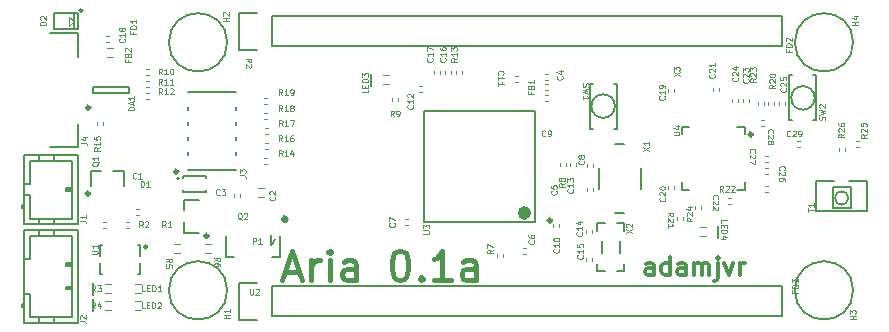
<source format=gto>
G04 #@! TF.FileFunction,Legend,Top*
%FSLAX46Y46*%
G04 Gerber Fmt 4.6, Leading zero omitted, Abs format (unit mm)*
G04 Created by KiCad (PCBNEW (2016-09-14 revision 83ed3c9)-makepkg) date 10/14/16 01:05:57*
%MOMM*%
%LPD*%
G01*
G04 APERTURE LIST*
%ADD10C,0.100000*%
%ADD11C,0.300000*%
%ADD12C,0.450000*%
%ADD13C,0.150000*%
%ADD14C,0.250000*%
%ADD15C,0.200000*%
%ADD16C,0.350000*%
%ADD17C,0.600000*%
%ADD18C,0.060000*%
G04 APERTURE END LIST*
D10*
D11*
X199445119Y-94257524D02*
X199445119Y-93471810D01*
X199373691Y-93328953D01*
X199230833Y-93257524D01*
X198945119Y-93257524D01*
X198802262Y-93328953D01*
X199445119Y-94186095D02*
X199302262Y-94257524D01*
X198945119Y-94257524D01*
X198802262Y-94186095D01*
X198730833Y-94043238D01*
X198730833Y-93900381D01*
X198802262Y-93757524D01*
X198945119Y-93686095D01*
X199302262Y-93686095D01*
X199445119Y-93614667D01*
X200802262Y-94257524D02*
X200802262Y-92757524D01*
X200802262Y-94186095D02*
X200659405Y-94257524D01*
X200373691Y-94257524D01*
X200230833Y-94186095D01*
X200159405Y-94114667D01*
X200087976Y-93971810D01*
X200087976Y-93543238D01*
X200159405Y-93400381D01*
X200230833Y-93328953D01*
X200373691Y-93257524D01*
X200659405Y-93257524D01*
X200802262Y-93328953D01*
X202159405Y-94257524D02*
X202159405Y-93471810D01*
X202087976Y-93328953D01*
X201945119Y-93257524D01*
X201659405Y-93257524D01*
X201516548Y-93328953D01*
X202159405Y-94186095D02*
X202016548Y-94257524D01*
X201659405Y-94257524D01*
X201516548Y-94186095D01*
X201445119Y-94043238D01*
X201445119Y-93900381D01*
X201516548Y-93757524D01*
X201659405Y-93686095D01*
X202016548Y-93686095D01*
X202159405Y-93614667D01*
X202873691Y-94257524D02*
X202873691Y-93257524D01*
X202873691Y-93400381D02*
X202945119Y-93328953D01*
X203087976Y-93257524D01*
X203302262Y-93257524D01*
X203445119Y-93328953D01*
X203516548Y-93471810D01*
X203516548Y-94257524D01*
X203516548Y-93471810D02*
X203587976Y-93328953D01*
X203730833Y-93257524D01*
X203945119Y-93257524D01*
X204087976Y-93328953D01*
X204159405Y-93471810D01*
X204159405Y-94257524D01*
X204873691Y-93257524D02*
X204873691Y-94543238D01*
X204802262Y-94686095D01*
X204659405Y-94757524D01*
X204587976Y-94757524D01*
X204873691Y-92757524D02*
X204802262Y-92828953D01*
X204873691Y-92900381D01*
X204945119Y-92828953D01*
X204873691Y-92757524D01*
X204873691Y-92900381D01*
X205445119Y-93257524D02*
X205802262Y-94257524D01*
X206159405Y-93257524D01*
X206730833Y-94257524D02*
X206730833Y-93257524D01*
X206730833Y-93543238D02*
X206802262Y-93400381D01*
X206873691Y-93328953D01*
X207016548Y-93257524D01*
X207159405Y-93257524D01*
D12*
X168218929Y-93995619D02*
X169409405Y-93995619D01*
X167980833Y-94709905D02*
X168814167Y-92209905D01*
X169647500Y-94709905D01*
X170480833Y-94709905D02*
X170480833Y-93043238D01*
X170480833Y-93519429D02*
X170599881Y-93281333D01*
X170718929Y-93162286D01*
X170957024Y-93043238D01*
X171195119Y-93043238D01*
X172028452Y-94709905D02*
X172028452Y-93043238D01*
X172028452Y-92209905D02*
X171909405Y-92328953D01*
X172028452Y-92448000D01*
X172147500Y-92328953D01*
X172028452Y-92209905D01*
X172028452Y-92448000D01*
X174290357Y-94709905D02*
X174290357Y-93400381D01*
X174171310Y-93162286D01*
X173933214Y-93043238D01*
X173457024Y-93043238D01*
X173218929Y-93162286D01*
X174290357Y-94590857D02*
X174052262Y-94709905D01*
X173457024Y-94709905D01*
X173218929Y-94590857D01*
X173099881Y-94352762D01*
X173099881Y-94114667D01*
X173218929Y-93876572D01*
X173457024Y-93757524D01*
X174052262Y-93757524D01*
X174290357Y-93638476D01*
X177861786Y-92209905D02*
X178099881Y-92209905D01*
X178337976Y-92328953D01*
X178457024Y-92448000D01*
X178576071Y-92686095D01*
X178695119Y-93162286D01*
X178695119Y-93757524D01*
X178576071Y-94233714D01*
X178457024Y-94471810D01*
X178337976Y-94590857D01*
X178099881Y-94709905D01*
X177861786Y-94709905D01*
X177623691Y-94590857D01*
X177504643Y-94471810D01*
X177385595Y-94233714D01*
X177266548Y-93757524D01*
X177266548Y-93162286D01*
X177385595Y-92686095D01*
X177504643Y-92448000D01*
X177623691Y-92328953D01*
X177861786Y-92209905D01*
X179766548Y-94471810D02*
X179885595Y-94590857D01*
X179766548Y-94709905D01*
X179647500Y-94590857D01*
X179766548Y-94471810D01*
X179766548Y-94709905D01*
X182266548Y-94709905D02*
X180837976Y-94709905D01*
X181552262Y-94709905D02*
X181552262Y-92209905D01*
X181314167Y-92567048D01*
X181076071Y-92805143D01*
X180837976Y-92924191D01*
X184409405Y-94709905D02*
X184409405Y-93400381D01*
X184290357Y-93162286D01*
X184052262Y-93043238D01*
X183576071Y-93043238D01*
X183337976Y-93162286D01*
X184409405Y-94590857D02*
X184171310Y-94709905D01*
X183576071Y-94709905D01*
X183337976Y-94590857D01*
X183218929Y-94352762D01*
X183218929Y-94114667D01*
X183337976Y-93876572D01*
X183576071Y-93757524D01*
X184171310Y-93757524D01*
X184409405Y-93638476D01*
D10*
X211582000Y-83408520D02*
X211836000Y-83408520D01*
X211582000Y-82900520D02*
X211836000Y-82900520D01*
X215111491Y-83513053D02*
X215111491Y-83767053D01*
X215619491Y-83513053D02*
X215619491Y-83767053D01*
X216597391Y-83411453D02*
X216851391Y-83411453D01*
X216597391Y-82903453D02*
X216851391Y-82903453D01*
X203499091Y-88713553D02*
X203499091Y-88459553D01*
X202991091Y-88713553D02*
X202991091Y-88459553D01*
D13*
X167143691Y-97778953D02*
X210323691Y-97778953D01*
X210323691Y-97778953D02*
X210323691Y-95238953D01*
X210323691Y-95238953D02*
X167143691Y-95238953D01*
X164323691Y-98058953D02*
X165873691Y-98058953D01*
X167143691Y-97778953D02*
X167143691Y-95238953D01*
X165873691Y-94958953D02*
X164323691Y-94958953D01*
X164323691Y-94958953D02*
X164323691Y-98058953D01*
X164323691Y-72098953D02*
X164323691Y-75198953D01*
X165873691Y-72098953D02*
X164323691Y-72098953D01*
X167143691Y-74918953D02*
X167143691Y-72378953D01*
X164323691Y-75198953D02*
X165873691Y-75198953D01*
X210323691Y-72378953D02*
X167143691Y-72378953D01*
X210323691Y-74918953D02*
X210323691Y-72378953D01*
X167143691Y-74918953D02*
X210323691Y-74918953D01*
D14*
X156563998Y-91884610D02*
G75*
G03X156563998Y-91884610I-127000J0D01*
G01*
D13*
X155991191Y-92677453D02*
X155991191Y-91752453D01*
X155991191Y-91752453D02*
X155816191Y-91752453D01*
X155991191Y-94152453D02*
X155991191Y-93227453D01*
X155991191Y-94152453D02*
X155816191Y-94152453D01*
X152591191Y-94152453D02*
X152591191Y-93227453D01*
X152591191Y-92677453D02*
X152591191Y-91752453D01*
X152766191Y-91752453D02*
X152591191Y-91752453D01*
X152766191Y-94152453D02*
X152591191Y-94152453D01*
D15*
X159627691Y-86086453D02*
X159627691Y-85886453D01*
X161527691Y-85886453D02*
X159627691Y-85886453D01*
X161527691Y-86086453D02*
X161527691Y-85886453D01*
X159627691Y-87286453D02*
X161527691Y-87286453D01*
X159627691Y-87086453D02*
X159627691Y-87286453D01*
X161527691Y-87086453D02*
X161527691Y-87286453D01*
X159270494Y-86078453D02*
G75*
G03X159270494Y-86078453I-89803J0D01*
G01*
X151801691Y-85466953D02*
X151801691Y-86736953D01*
X152690691Y-85466953D02*
X151801691Y-85466953D01*
X154595691Y-85466953D02*
X154595691Y-86736953D01*
X153706691Y-85466953D02*
X154595691Y-85466953D01*
D16*
X151674691Y-87371953D02*
G75*
G03X151674691Y-87371953I-127000J0D01*
G01*
D15*
X159688691Y-90713953D02*
X160958691Y-90713953D01*
X159688691Y-89824953D02*
X159688691Y-90713953D01*
X159688691Y-87919953D02*
X160958691Y-87919953D01*
X159688691Y-88808953D02*
X159688691Y-87919953D01*
D16*
X161720691Y-90967953D02*
G75*
G03X161720691Y-90967953I-127000J0D01*
G01*
D15*
X196585691Y-91420953D02*
X196585691Y-92436953D01*
X195061691Y-91420953D02*
X195061691Y-92436953D01*
D13*
X196966691Y-90531953D02*
X196966691Y-89896953D01*
X196966691Y-89896953D02*
X196331691Y-89896953D01*
X194680691Y-89896953D02*
X195315691Y-89896953D01*
X194680691Y-89896953D02*
X194680691Y-90531953D01*
X194680691Y-93960953D02*
X195315691Y-93960953D01*
X194680691Y-93325953D02*
X194680691Y-93960953D01*
X196331691Y-93960953D02*
X196966691Y-93960953D01*
X196966691Y-93325953D02*
X196966691Y-93960953D01*
X150703291Y-72085353D02*
X148703291Y-72085353D01*
X148703291Y-72085353D02*
X148703291Y-73485353D01*
X148703291Y-73485353D02*
X150703291Y-73485353D01*
X150703291Y-73485353D02*
X150703291Y-72085353D01*
X150353291Y-72085353D02*
X150353291Y-73485353D01*
D10*
X150338291Y-72785353D02*
X149957291Y-73166353D01*
X149957291Y-73166353D02*
X149957291Y-72404353D01*
X149957291Y-72404353D02*
X150338291Y-72785353D01*
D14*
X151078018Y-71896353D02*
G75*
G03X151078018Y-71896353I-104727J0D01*
G01*
D13*
X155011891Y-78830553D02*
X155011891Y-78322553D01*
X151963891Y-78830553D02*
X155011891Y-78830553D01*
X155011891Y-78322553D02*
X151963891Y-78322553D01*
X151963891Y-78830553D02*
X151963891Y-78322553D01*
D16*
X151709891Y-80100553D02*
G75*
G03X151709891Y-80100553I-127000J0D01*
G01*
D15*
X194820691Y-86967953D02*
X194820691Y-85189953D01*
X196217691Y-83157953D02*
X196979691Y-83157953D01*
X196217691Y-88999953D02*
X196979691Y-88999953D01*
X198376691Y-86967953D02*
X198376691Y-85189953D01*
X163339585Y-74578953D02*
G75*
G03X163339585Y-74578953I-2465894J0D01*
G01*
X216339585Y-74578953D02*
G75*
G03X216339585Y-74578953I-2465894J0D01*
G01*
X163339585Y-95578953D02*
G75*
G03X163339585Y-95578953I-2465894J0D01*
G01*
X216339585Y-95578953D02*
G75*
G03X216339585Y-95578953I-2465894J0D01*
G01*
D13*
X189397691Y-80379953D02*
X189397691Y-89777953D01*
X179999691Y-80379953D02*
X189397691Y-80379953D01*
X179999691Y-89777953D02*
X179999691Y-80379953D01*
X189397691Y-89777953D02*
X179999691Y-89777953D01*
D17*
X188792672Y-89015953D02*
G75*
G03X188792672Y-89015953I-283981J0D01*
G01*
D11*
X190794691Y-89650953D02*
G75*
G03X190794691Y-89650953I-127000J0D01*
G01*
D13*
X207161549Y-87065953D02*
X207161549Y-86430953D01*
X206526549Y-87065953D02*
X207161549Y-87065953D01*
X201827549Y-87065953D02*
X201827549Y-86430953D01*
X202462549Y-87065953D02*
X201827549Y-87065953D01*
X201827549Y-81731953D02*
X202462549Y-81731953D01*
X201827549Y-82366953D02*
X201827549Y-81731953D01*
X207161549Y-81731953D02*
X207161549Y-82366953D01*
X206526549Y-81731953D02*
X207161549Y-81731953D01*
D11*
X207796549Y-82366953D02*
G75*
G03X207796549Y-82366953I-127000J0D01*
G01*
D10*
X155853691Y-89189953D02*
X155599691Y-89189953D01*
X155853691Y-88681953D02*
X155599691Y-88681953D01*
X163879691Y-87690953D02*
X163879691Y-87436953D01*
X164387691Y-87690953D02*
X164387691Y-87436953D01*
X165956691Y-86903953D02*
X166464691Y-86903953D01*
X165956691Y-87665953D02*
X166464691Y-87665953D01*
X190500291Y-77731353D02*
X190246291Y-77731353D01*
X190500291Y-77223353D02*
X190246291Y-77223353D01*
X194333691Y-86947953D02*
X194333691Y-87201953D01*
X193825691Y-86947953D02*
X193825691Y-87201953D01*
X188620691Y-92487953D02*
X188366691Y-92487953D01*
X188620691Y-91979953D02*
X188366691Y-91979953D01*
X178650691Y-90032953D02*
X178396691Y-90032953D01*
X178650691Y-89524953D02*
X178396691Y-89524953D01*
X193825691Y-85169953D02*
X193825691Y-84915953D01*
X194333691Y-85169953D02*
X194333691Y-84915953D01*
X190246291Y-79001353D02*
X190500291Y-79001353D01*
X190246291Y-79509353D02*
X190500291Y-79509353D01*
X191454691Y-90001953D02*
X191454691Y-90255953D01*
X190946691Y-90001953D02*
X190946691Y-90255953D01*
X187731691Y-77424953D02*
X187985691Y-77424953D01*
X187731691Y-77932953D02*
X187985691Y-77932953D01*
X179857691Y-78775953D02*
X179603691Y-78775953D01*
X179857691Y-78267953D02*
X179603691Y-78267953D01*
X192346691Y-85067953D02*
X192346691Y-84813953D01*
X192854691Y-85067953D02*
X192854691Y-84813953D01*
X193696691Y-90705953D02*
X193696691Y-90451953D01*
X194204691Y-90705953D02*
X194204691Y-90451953D01*
X194204691Y-92860953D02*
X194204691Y-93114953D01*
X193696691Y-92860953D02*
X193696691Y-93114953D01*
X181762691Y-77251953D02*
X181762691Y-76997953D01*
X182270691Y-77251953D02*
X182270691Y-76997953D01*
X180873691Y-77251953D02*
X180873691Y-76997953D01*
X181381691Y-77251953D02*
X181381691Y-76997953D01*
X153360891Y-74563353D02*
X153106891Y-74563353D01*
X153360891Y-74055353D02*
X153106891Y-74055353D01*
X200634727Y-78763006D02*
X200634727Y-78509006D01*
X201142727Y-78763006D02*
X201142727Y-78509006D01*
X201162085Y-86730306D02*
X201162085Y-86984306D01*
X200654085Y-86730306D02*
X200654085Y-86984306D01*
X204444727Y-78699506D02*
X204444727Y-78445506D01*
X204952727Y-78699506D02*
X204952727Y-78445506D01*
X205734085Y-87771306D02*
X205988085Y-87771306D01*
X205734085Y-88279306D02*
X205988085Y-88279306D01*
X207010000Y-79629000D02*
X207010000Y-79375000D01*
X207518000Y-79629000D02*
X207518000Y-79375000D01*
X206121000Y-79629000D02*
X206121000Y-79375000D01*
X206629000Y-79629000D02*
X206629000Y-79375000D01*
X210058000Y-79883000D02*
X210058000Y-79629000D01*
X210566000Y-79883000D02*
X210566000Y-79629000D01*
X208902427Y-85201906D02*
X209156427Y-85201906D01*
X208902427Y-85709906D02*
X209156427Y-85709906D01*
X208902427Y-84236706D02*
X209156427Y-84236706D01*
X208902427Y-84744706D02*
X209156427Y-84744706D01*
X208560691Y-81187953D02*
X208814691Y-81187953D01*
X208560691Y-81695953D02*
X208814691Y-81695953D01*
D18*
X190500291Y-78620353D02*
X190246291Y-78620353D01*
X190246291Y-78112353D02*
X190500291Y-78112353D01*
D10*
X153676891Y-75833353D02*
X153168891Y-75833353D01*
X153168891Y-75071353D02*
X153676891Y-75071353D01*
D13*
X150177691Y-87046953D02*
X149677691Y-87046953D01*
X149677691Y-86946953D02*
X150177691Y-86946953D01*
X149677691Y-87146953D02*
X149677691Y-86946953D01*
X150177691Y-87146953D02*
X149677691Y-87146953D01*
X146077691Y-88346953D02*
X146077691Y-88646953D01*
X145977691Y-88646953D02*
X146177691Y-88646953D01*
X145977691Y-88346953D02*
X145977691Y-88646953D01*
X146177691Y-88346953D02*
X145977691Y-88346953D01*
X148677691Y-84596953D02*
X148677691Y-84096953D01*
X147377691Y-84596953D02*
X147377691Y-84096953D01*
X148677691Y-89996953D02*
X148677691Y-89496953D01*
X147377691Y-89996953D02*
X147377691Y-89496953D01*
X146677691Y-86546953D02*
X146177691Y-86546953D01*
X146677691Y-84596953D02*
X146677691Y-86546953D01*
X150177691Y-84596953D02*
X146677691Y-84596953D01*
X150177691Y-89496953D02*
X150177691Y-84596953D01*
X146677691Y-89496953D02*
X150177691Y-89496953D01*
X146677691Y-87546953D02*
X146677691Y-89496953D01*
X146177691Y-87546953D02*
X146677691Y-87546953D01*
X150677691Y-84096953D02*
X150677691Y-89996953D01*
X146177691Y-84096953D02*
X150677691Y-84096953D01*
X146177691Y-89996953D02*
X146177691Y-84096953D01*
X150677691Y-89996953D02*
X146177691Y-89996953D01*
X150177691Y-93396953D02*
X149677691Y-93396953D01*
X149677691Y-93296953D02*
X150177691Y-93296953D01*
X149677691Y-93496953D02*
X149677691Y-93296953D01*
X150177691Y-93496953D02*
X149677691Y-93496953D01*
X150177691Y-95396953D02*
X149677691Y-95396953D01*
X149677691Y-95296953D02*
X150177691Y-95296953D01*
X149677691Y-95496953D02*
X149677691Y-95296953D01*
X150177691Y-95496953D02*
X149677691Y-95496953D01*
X146077691Y-96696953D02*
X146077691Y-96996953D01*
X145977691Y-96996953D02*
X146177691Y-96996953D01*
X145977691Y-96696953D02*
X145977691Y-96996953D01*
X146177691Y-96696953D02*
X145977691Y-96696953D01*
X148677691Y-90946953D02*
X148677691Y-90446953D01*
X147377691Y-90946953D02*
X147377691Y-90446953D01*
X148677691Y-98346953D02*
X148677691Y-97846953D01*
X147377691Y-98346953D02*
X147377691Y-97846953D01*
X146677691Y-92896953D02*
X146177691Y-92896953D01*
X146677691Y-90946953D02*
X146677691Y-92896953D01*
X150177691Y-90946953D02*
X146677691Y-90946953D01*
X150177691Y-97846953D02*
X150177691Y-90946953D01*
X146677691Y-97846953D02*
X150177691Y-97846953D01*
X146677691Y-95896953D02*
X146677691Y-97846953D01*
X146177691Y-95896953D02*
X146677691Y-95896953D01*
X150677691Y-90446953D02*
X150677691Y-98346953D01*
X146177691Y-90446953D02*
X150677691Y-90446953D01*
X146177691Y-98346953D02*
X146177691Y-90446953D01*
X150677691Y-98346953D02*
X146177691Y-98346953D01*
D16*
X159151921Y-85523127D02*
G75*
G03X159151921Y-85523127I-127016J0D01*
G01*
D13*
X162072905Y-85396127D02*
X164104905Y-85396127D01*
X160040905Y-85396127D02*
X162072905Y-85396127D01*
X160040905Y-78792127D02*
X162072905Y-78792127D01*
X162072905Y-78792127D02*
X164104905Y-78792127D01*
X164104905Y-84126127D02*
X164104905Y-83872127D01*
X164104905Y-82856127D02*
X164104905Y-82602127D01*
X164104905Y-81586127D02*
X164104905Y-81332127D01*
X164104905Y-80316127D02*
X164104905Y-80062127D01*
X160040905Y-80062127D02*
X160040905Y-80316127D01*
X160040905Y-81332127D02*
X160040905Y-81586127D01*
X160040905Y-82602127D02*
X160040905Y-82856127D01*
X160040905Y-83872127D02*
X160040905Y-84126127D01*
X150744691Y-73780553D02*
X150744691Y-75812553D01*
X148331691Y-73780553D02*
X150744691Y-73780553D01*
X150744691Y-83432553D02*
X148331691Y-83432553D01*
X150744691Y-81527553D02*
X150744691Y-83432553D01*
D15*
X151997891Y-95946053D02*
X151997891Y-94930053D01*
D10*
X153521891Y-95819053D02*
X153013891Y-95819053D01*
X153013891Y-95057053D02*
X153521891Y-95057053D01*
D15*
X151966691Y-97368453D02*
X151966691Y-96352453D01*
D10*
X153490691Y-97241453D02*
X152982691Y-97241453D01*
X152982691Y-96479453D02*
X153490691Y-96479453D01*
D15*
X175528691Y-78236953D02*
X175528691Y-77220953D01*
D10*
X177052691Y-78109953D02*
X176544691Y-78109953D01*
X176544691Y-77347953D02*
X177052691Y-77347953D01*
D15*
X204896091Y-90110153D02*
X204896091Y-91126153D01*
D10*
X203372091Y-90237153D02*
X203880091Y-90237153D01*
X203880091Y-90999153D02*
X203372091Y-90999153D01*
X155040891Y-90269453D02*
X154786891Y-90269453D01*
X155040891Y-89761453D02*
X154786891Y-89761453D01*
X153109691Y-90269453D02*
X152855691Y-90269453D01*
X153109691Y-89761453D02*
X152855691Y-89761453D01*
X155567691Y-95057053D02*
X156075691Y-95057053D01*
X155567691Y-95819053D02*
X156075691Y-95819053D01*
X155567691Y-96479453D02*
X156075691Y-96479453D01*
X155567691Y-97241453D02*
X156075691Y-97241453D01*
X158799691Y-91674453D02*
X159307691Y-91674453D01*
X158799691Y-92436453D02*
X159307691Y-92436453D01*
X161466691Y-91674453D02*
X161974691Y-91674453D01*
X161466691Y-92436453D02*
X161974691Y-92436453D01*
X186715691Y-92487953D02*
X186715691Y-92741953D01*
X186207691Y-92487953D02*
X186207691Y-92741953D01*
X192004691Y-84813953D02*
X192004691Y-85067953D01*
X191496691Y-84813953D02*
X191496691Y-85067953D01*
X177294691Y-79505953D02*
X177294691Y-79251953D01*
X177802691Y-79505953D02*
X177802691Y-79251953D01*
X156692291Y-77329553D02*
X156438291Y-77329553D01*
X156692291Y-76821553D02*
X156438291Y-76821553D01*
X156692291Y-78370953D02*
X156438291Y-78370953D01*
X156692291Y-77862953D02*
X156438291Y-77862953D01*
X156689091Y-79361553D02*
X156435091Y-79361553D01*
X156689091Y-78853553D02*
X156435091Y-78853553D01*
X183183691Y-76997953D02*
X183183691Y-77251953D01*
X182675691Y-76997953D02*
X182675691Y-77251953D01*
X166746905Y-84888127D02*
X166492905Y-84888127D01*
X166746905Y-84380127D02*
X166492905Y-84380127D01*
X152852891Y-81345553D02*
X152852891Y-81599553D01*
X152344891Y-81345553D02*
X152344891Y-81599553D01*
X166771905Y-83618127D02*
X166517905Y-83618127D01*
X166771905Y-83110127D02*
X166517905Y-83110127D01*
X166771905Y-82348127D02*
X166517905Y-82348127D01*
X166771905Y-81840127D02*
X166517905Y-81840127D01*
X166746905Y-81078127D02*
X166492905Y-81078127D01*
X166746905Y-80570127D02*
X166492905Y-80570127D01*
X166746905Y-79808127D02*
X166492905Y-79808127D01*
X166746905Y-79300127D02*
X166492905Y-79300127D01*
X209169000Y-79883000D02*
X209169000Y-79629000D01*
X209677000Y-79883000D02*
X209677000Y-79629000D01*
X201390891Y-89627553D02*
X201390891Y-89373553D01*
X201898891Y-89627553D02*
X201898891Y-89373553D01*
X208858285Y-86729906D02*
X209112285Y-86729906D01*
X208858285Y-87237906D02*
X209112285Y-87237906D01*
D13*
X194030691Y-78073953D02*
X194284691Y-78073953D01*
X194030691Y-81883953D02*
X194030691Y-78073953D01*
X194284691Y-81883953D02*
X194030691Y-81883953D01*
X196316691Y-81883953D02*
X196062691Y-81883953D01*
X196316691Y-78073953D02*
X196316691Y-81883953D01*
X196062691Y-78073953D02*
X196316691Y-78073953D01*
X196165593Y-79978953D02*
G75*
G03X196165593Y-79978953I-991902J0D01*
G01*
X213233000Y-81187953D02*
X212979000Y-81187953D01*
X213233000Y-77377953D02*
X213233000Y-81187953D01*
X212979000Y-77377953D02*
X213233000Y-77377953D01*
X210947000Y-77377953D02*
X211201000Y-77377953D01*
X210947000Y-81187953D02*
X210947000Y-77377953D01*
X211201000Y-81187953D02*
X210947000Y-81187953D01*
X213081902Y-79282953D02*
G75*
G03X213081902Y-79282953I-991902J0D01*
G01*
X213206491Y-86358853D02*
X214730491Y-86358853D01*
X213206491Y-88898853D02*
X213206491Y-86358853D01*
X216889491Y-88898853D02*
X213206491Y-88898853D01*
X217524491Y-88898853D02*
X216889491Y-88898853D01*
X217524491Y-86358853D02*
X217524491Y-88898853D01*
X216000491Y-86358853D02*
X217524491Y-86358853D01*
X216127491Y-88644853D02*
X216127491Y-86866853D01*
X214603491Y-88644853D02*
X216127491Y-88644853D01*
X214603491Y-86866853D02*
X214603491Y-88644853D01*
X214603491Y-86866853D02*
X216127491Y-86866853D01*
X215933452Y-87755853D02*
G75*
G03X215933452Y-87755853I-567961J0D01*
G01*
X163280251Y-92763733D02*
X163930491Y-92763733D01*
X163280251Y-92763733D02*
X163280251Y-90962873D01*
X167781131Y-92763733D02*
X167130891Y-92763733D01*
X167781131Y-92763733D02*
X167781131Y-90962873D01*
X167080091Y-91712173D02*
X167080091Y-90863813D01*
X167181691Y-91562313D02*
X167080091Y-91712173D01*
X167430611Y-91262593D02*
X167181691Y-91562313D01*
D16*
X168377296Y-89558253D02*
G75*
G03X168377296Y-89558253I-179605J0D01*
G01*
D10*
X208788000Y-79629000D02*
X208788000Y-79883000D01*
X208280000Y-79629000D02*
X208280000Y-79883000D01*
X211021811Y-82499971D02*
X210998001Y-82523780D01*
X210926573Y-82547590D01*
X210878954Y-82547590D01*
X210807525Y-82523780D01*
X210759906Y-82476161D01*
X210736097Y-82428542D01*
X210712287Y-82333304D01*
X210712287Y-82261876D01*
X210736097Y-82166638D01*
X210759906Y-82119019D01*
X210807525Y-82071400D01*
X210878954Y-82047590D01*
X210926573Y-82047590D01*
X210998001Y-82071400D01*
X211021811Y-82095209D01*
X211212287Y-82095209D02*
X211236097Y-82071400D01*
X211283716Y-82047590D01*
X211402763Y-82047590D01*
X211450382Y-82071400D01*
X211474192Y-82095209D01*
X211498001Y-82142828D01*
X211498001Y-82190447D01*
X211474192Y-82261876D01*
X211188478Y-82547590D01*
X211498001Y-82547590D01*
X211736097Y-82547590D02*
X211831335Y-82547590D01*
X211878954Y-82523780D01*
X211902763Y-82499971D01*
X211950382Y-82428542D01*
X211974192Y-82333304D01*
X211974192Y-82142828D01*
X211950382Y-82095209D01*
X211926573Y-82071400D01*
X211878954Y-82047590D01*
X211783716Y-82047590D01*
X211736097Y-82071400D01*
X211712287Y-82095209D01*
X211688478Y-82142828D01*
X211688478Y-82261876D01*
X211712287Y-82309495D01*
X211736097Y-82333304D01*
X211783716Y-82357114D01*
X211878954Y-82357114D01*
X211926573Y-82333304D01*
X211950382Y-82309495D01*
X211974192Y-82261876D01*
X215591681Y-82335881D02*
X215353586Y-82502548D01*
X215591681Y-82621595D02*
X215091681Y-82621595D01*
X215091681Y-82431119D01*
X215115491Y-82383500D01*
X215139300Y-82359691D01*
X215186919Y-82335881D01*
X215258348Y-82335881D01*
X215305967Y-82359691D01*
X215329776Y-82383500D01*
X215353586Y-82431119D01*
X215353586Y-82621595D01*
X215139300Y-82145405D02*
X215115491Y-82121595D01*
X215091681Y-82073976D01*
X215091681Y-81954929D01*
X215115491Y-81907310D01*
X215139300Y-81883500D01*
X215186919Y-81859691D01*
X215234538Y-81859691D01*
X215305967Y-81883500D01*
X215591681Y-82169214D01*
X215591681Y-81859691D01*
X215091681Y-81431119D02*
X215091681Y-81526357D01*
X215115491Y-81573976D01*
X215139300Y-81597786D01*
X215210729Y-81645405D01*
X215305967Y-81669214D01*
X215496443Y-81669214D01*
X215544062Y-81645405D01*
X215567871Y-81621595D01*
X215591681Y-81573976D01*
X215591681Y-81478738D01*
X215567871Y-81431119D01*
X215544062Y-81407310D01*
X215496443Y-81383500D01*
X215377395Y-81383500D01*
X215329776Y-81407310D01*
X215305967Y-81431119D01*
X215282157Y-81478738D01*
X215282157Y-81573976D01*
X215305967Y-81621595D01*
X215329776Y-81645405D01*
X215377395Y-81669214D01*
X217473581Y-82358881D02*
X217235486Y-82525548D01*
X217473581Y-82644595D02*
X216973581Y-82644595D01*
X216973581Y-82454119D01*
X216997391Y-82406500D01*
X217021200Y-82382691D01*
X217068819Y-82358881D01*
X217140248Y-82358881D01*
X217187867Y-82382691D01*
X217211676Y-82406500D01*
X217235486Y-82454119D01*
X217235486Y-82644595D01*
X217021200Y-82168405D02*
X216997391Y-82144595D01*
X216973581Y-82096976D01*
X216973581Y-81977929D01*
X216997391Y-81930310D01*
X217021200Y-81906500D01*
X217068819Y-81882691D01*
X217116438Y-81882691D01*
X217187867Y-81906500D01*
X217473581Y-82192214D01*
X217473581Y-81882691D01*
X216973581Y-81430310D02*
X216973581Y-81668405D01*
X217211676Y-81692214D01*
X217187867Y-81668405D01*
X217164057Y-81620786D01*
X217164057Y-81501738D01*
X217187867Y-81454119D01*
X217211676Y-81430310D01*
X217259295Y-81406500D01*
X217378343Y-81406500D01*
X217425962Y-81430310D01*
X217449771Y-81454119D01*
X217473581Y-81501738D01*
X217473581Y-81620786D01*
X217449771Y-81668405D01*
X217425962Y-81692214D01*
X202734681Y-89440981D02*
X202496586Y-89607648D01*
X202734681Y-89726695D02*
X202234681Y-89726695D01*
X202234681Y-89536219D01*
X202258491Y-89488600D01*
X202282300Y-89464791D01*
X202329919Y-89440981D01*
X202401348Y-89440981D01*
X202448967Y-89464791D01*
X202472776Y-89488600D01*
X202496586Y-89536219D01*
X202496586Y-89726695D01*
X202282300Y-89250505D02*
X202258491Y-89226695D01*
X202234681Y-89179076D01*
X202234681Y-89060029D01*
X202258491Y-89012410D01*
X202282300Y-88988600D01*
X202329919Y-88964791D01*
X202377538Y-88964791D01*
X202448967Y-88988600D01*
X202734681Y-89274314D01*
X202734681Y-88964791D01*
X202401348Y-88536219D02*
X202734681Y-88536219D01*
X202210871Y-88655267D02*
X202568014Y-88774314D01*
X202568014Y-88464791D01*
X165504643Y-91635143D02*
X165504643Y-91135143D01*
X165695119Y-91135143D01*
X165742738Y-91158953D01*
X165766548Y-91182762D01*
X165790357Y-91230381D01*
X165790357Y-91301810D01*
X165766548Y-91349429D01*
X165742738Y-91373238D01*
X165695119Y-91397048D01*
X165504643Y-91397048D01*
X166266548Y-91635143D02*
X165980833Y-91635143D01*
X166123691Y-91635143D02*
X166123691Y-91135143D01*
X166076071Y-91206572D01*
X166028452Y-91254191D01*
X165980833Y-91278000D01*
X164897500Y-75959905D02*
X165397500Y-75959905D01*
X165397500Y-76150381D01*
X165373691Y-76198000D01*
X165349881Y-76221810D01*
X165302262Y-76245619D01*
X165230833Y-76245619D01*
X165183214Y-76221810D01*
X165159405Y-76198000D01*
X165135595Y-76150381D01*
X165135595Y-75959905D01*
X165349881Y-76436095D02*
X165373691Y-76459905D01*
X165397500Y-76507524D01*
X165397500Y-76626572D01*
X165373691Y-76674191D01*
X165349881Y-76698000D01*
X165302262Y-76721810D01*
X165254643Y-76721810D01*
X165183214Y-76698000D01*
X164897500Y-76412286D01*
X164897500Y-76721810D01*
X151871081Y-92491905D02*
X152275843Y-92491905D01*
X152323462Y-92468095D01*
X152347271Y-92444286D01*
X152371081Y-92396667D01*
X152371081Y-92301429D01*
X152347271Y-92253810D01*
X152323462Y-92230000D01*
X152275843Y-92206191D01*
X151871081Y-92206191D01*
X152371081Y-91706191D02*
X152371081Y-91991905D01*
X152371081Y-91849048D02*
X151871081Y-91849048D01*
X151942510Y-91896667D01*
X151990129Y-91944286D01*
X152013938Y-91991905D01*
X156017643Y-86812643D02*
X156017643Y-86312643D01*
X156136691Y-86312643D01*
X156208119Y-86336453D01*
X156255738Y-86384072D01*
X156279548Y-86431691D01*
X156303357Y-86526929D01*
X156303357Y-86598357D01*
X156279548Y-86693595D01*
X156255738Y-86741214D01*
X156208119Y-86788833D01*
X156136691Y-86812643D01*
X156017643Y-86812643D01*
X156779548Y-86812643D02*
X156493833Y-86812643D01*
X156636691Y-86812643D02*
X156636691Y-86312643D01*
X156589071Y-86384072D01*
X156541452Y-86431691D01*
X156493833Y-86455500D01*
X152472500Y-84701572D02*
X152448691Y-84749191D01*
X152401071Y-84796810D01*
X152329643Y-84868238D01*
X152305833Y-84915857D01*
X152305833Y-84963476D01*
X152424881Y-84939667D02*
X152401071Y-84987286D01*
X152353452Y-85034905D01*
X152258214Y-85058714D01*
X152091548Y-85058714D01*
X151996310Y-85034905D01*
X151948691Y-84987286D01*
X151924881Y-84939667D01*
X151924881Y-84844429D01*
X151948691Y-84796810D01*
X151996310Y-84749191D01*
X152091548Y-84725381D01*
X152258214Y-84725381D01*
X152353452Y-84749191D01*
X152401071Y-84796810D01*
X152424881Y-84844429D01*
X152424881Y-84939667D01*
X152424881Y-84249191D02*
X152424881Y-84534905D01*
X152424881Y-84392048D02*
X151924881Y-84392048D01*
X151996310Y-84439667D01*
X152043929Y-84487286D01*
X152067738Y-84534905D01*
X164594071Y-89590762D02*
X164546452Y-89566953D01*
X164498833Y-89519333D01*
X164427405Y-89447905D01*
X164379786Y-89424095D01*
X164332167Y-89424095D01*
X164355976Y-89543143D02*
X164308357Y-89519333D01*
X164260738Y-89471714D01*
X164236929Y-89376476D01*
X164236929Y-89209810D01*
X164260738Y-89114572D01*
X164308357Y-89066953D01*
X164355976Y-89043143D01*
X164451214Y-89043143D01*
X164498833Y-89066953D01*
X164546452Y-89114572D01*
X164570262Y-89209810D01*
X164570262Y-89376476D01*
X164546452Y-89471714D01*
X164498833Y-89519333D01*
X164451214Y-89543143D01*
X164355976Y-89543143D01*
X164760738Y-89090762D02*
X164784548Y-89066953D01*
X164832167Y-89043143D01*
X164951214Y-89043143D01*
X164998833Y-89066953D01*
X165022643Y-89090762D01*
X165046452Y-89138381D01*
X165046452Y-89186000D01*
X165022643Y-89257429D01*
X164736929Y-89543143D01*
X165046452Y-89543143D01*
X197128881Y-90724714D02*
X197628881Y-90391381D01*
X197128881Y-90391381D02*
X197628881Y-90724714D01*
X197176500Y-90224714D02*
X197152691Y-90200905D01*
X197128881Y-90153286D01*
X197128881Y-90034238D01*
X197152691Y-89986619D01*
X197176500Y-89962810D01*
X197224119Y-89939000D01*
X197271738Y-89939000D01*
X197343167Y-89962810D01*
X197628881Y-90248524D01*
X197628881Y-89939000D01*
X147999881Y-73128800D02*
X147499881Y-73128800D01*
X147499881Y-73009753D01*
X147523691Y-72938324D01*
X147571310Y-72890705D01*
X147618929Y-72866895D01*
X147714167Y-72843086D01*
X147785595Y-72843086D01*
X147880833Y-72866895D01*
X147928452Y-72890705D01*
X147976071Y-72938324D01*
X147999881Y-73009753D01*
X147999881Y-73128800D01*
X147547500Y-72652610D02*
X147523691Y-72628800D01*
X147499881Y-72581181D01*
X147499881Y-72462133D01*
X147523691Y-72414514D01*
X147547500Y-72390705D01*
X147595119Y-72366895D01*
X147642738Y-72366895D01*
X147714167Y-72390705D01*
X147999881Y-72676419D01*
X147999881Y-72366895D01*
X155484081Y-80343086D02*
X154984081Y-80343086D01*
X154984081Y-80224038D01*
X155007891Y-80152610D01*
X155055510Y-80104991D01*
X155103129Y-80081181D01*
X155198367Y-80057372D01*
X155269795Y-80057372D01*
X155365033Y-80081181D01*
X155412652Y-80104991D01*
X155460271Y-80152610D01*
X155484081Y-80224038D01*
X155484081Y-80343086D01*
X155341224Y-79866895D02*
X155341224Y-79628800D01*
X155484081Y-79914514D02*
X154984081Y-79747848D01*
X155484081Y-79581181D01*
X155484081Y-79152610D02*
X155484081Y-79438324D01*
X155484081Y-79295467D02*
X154984081Y-79295467D01*
X155055510Y-79343086D01*
X155103129Y-79390705D01*
X155126938Y-79438324D01*
X198580881Y-83778714D02*
X199080881Y-83445381D01*
X198580881Y-83445381D02*
X199080881Y-83778714D01*
X199080881Y-82993000D02*
X199080881Y-83278714D01*
X199080881Y-83135857D02*
X198580881Y-83135857D01*
X198652310Y-83183476D01*
X198699929Y-83231095D01*
X198723738Y-83278714D01*
X155389976Y-73683619D02*
X155389976Y-73850286D01*
X155651881Y-73850286D02*
X155151881Y-73850286D01*
X155151881Y-73612191D01*
X155651881Y-73421714D02*
X155151881Y-73421714D01*
X155151881Y-73302667D01*
X155175691Y-73231238D01*
X155223310Y-73183619D01*
X155270929Y-73159810D01*
X155366167Y-73136000D01*
X155437595Y-73136000D01*
X155532833Y-73159810D01*
X155580452Y-73183619D01*
X155628071Y-73231238D01*
X155651881Y-73302667D01*
X155651881Y-73421714D01*
X155651881Y-72659810D02*
X155651881Y-72945524D01*
X155651881Y-72802667D02*
X155151881Y-72802667D01*
X155223310Y-72850286D01*
X155270929Y-72897905D01*
X155294738Y-72945524D01*
X210884776Y-75217519D02*
X210884776Y-75384186D01*
X211146681Y-75384186D02*
X210646681Y-75384186D01*
X210646681Y-75146091D01*
X211146681Y-74955614D02*
X210646681Y-74955614D01*
X210646681Y-74836567D01*
X210670491Y-74765138D01*
X210718110Y-74717519D01*
X210765729Y-74693710D01*
X210860967Y-74669900D01*
X210932395Y-74669900D01*
X211027633Y-74693710D01*
X211075252Y-74717519D01*
X211122871Y-74765138D01*
X211146681Y-74836567D01*
X211146681Y-74955614D01*
X210694300Y-74479424D02*
X210670491Y-74455614D01*
X210646681Y-74407995D01*
X210646681Y-74288948D01*
X210670491Y-74241329D01*
X210694300Y-74217519D01*
X210741919Y-74193710D01*
X210789538Y-74193710D01*
X210860967Y-74217519D01*
X211146681Y-74503233D01*
X211146681Y-74193710D01*
X211427576Y-95616219D02*
X211427576Y-95782886D01*
X211689481Y-95782886D02*
X211189481Y-95782886D01*
X211189481Y-95544791D01*
X211689481Y-95354314D02*
X211189481Y-95354314D01*
X211189481Y-95235267D01*
X211213291Y-95163838D01*
X211260910Y-95116219D01*
X211308529Y-95092410D01*
X211403767Y-95068600D01*
X211475195Y-95068600D01*
X211570433Y-95092410D01*
X211618052Y-95116219D01*
X211665671Y-95163838D01*
X211689481Y-95235267D01*
X211689481Y-95354314D01*
X211189481Y-94901933D02*
X211189481Y-94592410D01*
X211379957Y-94759076D01*
X211379957Y-94687648D01*
X211403767Y-94640029D01*
X211427576Y-94616219D01*
X211475195Y-94592410D01*
X211594243Y-94592410D01*
X211641862Y-94616219D01*
X211665671Y-94640029D01*
X211689481Y-94687648D01*
X211689481Y-94830505D01*
X211665671Y-94878124D01*
X211641862Y-94901933D01*
X163470881Y-72808305D02*
X162970881Y-72808305D01*
X163208976Y-72808305D02*
X163208976Y-72522591D01*
X163470881Y-72522591D02*
X162970881Y-72522591D01*
X163018500Y-72308305D02*
X162994691Y-72284495D01*
X162970881Y-72236876D01*
X162970881Y-72117829D01*
X162994691Y-72070210D01*
X163018500Y-72046400D01*
X163066119Y-72022591D01*
X163113738Y-72022591D01*
X163185167Y-72046400D01*
X163470881Y-72332114D01*
X163470881Y-72022591D01*
X216747381Y-73124405D02*
X216247381Y-73124405D01*
X216485476Y-73124405D02*
X216485476Y-72838691D01*
X216747381Y-72838691D02*
X216247381Y-72838691D01*
X216414048Y-72386310D02*
X216747381Y-72386310D01*
X216223571Y-72505357D02*
X216580714Y-72624405D01*
X216580714Y-72314881D01*
X163547081Y-97931105D02*
X163047081Y-97931105D01*
X163285176Y-97931105D02*
X163285176Y-97645391D01*
X163547081Y-97645391D02*
X163047081Y-97645391D01*
X163547081Y-97145391D02*
X163547081Y-97431105D01*
X163547081Y-97288248D02*
X163047081Y-97288248D01*
X163118510Y-97335867D01*
X163166129Y-97383486D01*
X163189938Y-97431105D01*
X216556881Y-98027705D02*
X216056881Y-98027705D01*
X216294976Y-98027705D02*
X216294976Y-97741991D01*
X216556881Y-97741991D02*
X216056881Y-97741991D01*
X216056881Y-97551514D02*
X216056881Y-97241991D01*
X216247357Y-97408657D01*
X216247357Y-97337229D01*
X216271167Y-97289610D01*
X216294976Y-97265800D01*
X216342595Y-97241991D01*
X216461643Y-97241991D01*
X216509262Y-97265800D01*
X216533071Y-97289610D01*
X216556881Y-97337229D01*
X216556881Y-97480086D01*
X216533071Y-97527705D01*
X216509262Y-97551514D01*
X179964881Y-90790105D02*
X180369643Y-90790105D01*
X180417262Y-90766295D01*
X180441071Y-90742486D01*
X180464881Y-90694867D01*
X180464881Y-90599629D01*
X180441071Y-90552010D01*
X180417262Y-90528200D01*
X180369643Y-90504391D01*
X179964881Y-90504391D01*
X179964881Y-90313914D02*
X179964881Y-90004391D01*
X180155357Y-90171057D01*
X180155357Y-90099629D01*
X180179167Y-90052010D01*
X180202976Y-90028200D01*
X180250595Y-90004391D01*
X180369643Y-90004391D01*
X180417262Y-90028200D01*
X180441071Y-90052010D01*
X180464881Y-90099629D01*
X180464881Y-90242486D01*
X180441071Y-90290105D01*
X180417262Y-90313914D01*
X201139881Y-82425127D02*
X201544643Y-82425127D01*
X201592262Y-82401317D01*
X201616071Y-82377508D01*
X201639881Y-82329889D01*
X201639881Y-82234651D01*
X201616071Y-82187032D01*
X201592262Y-82163222D01*
X201544643Y-82139413D01*
X201139881Y-82139413D01*
X201306548Y-81687032D02*
X201639881Y-81687032D01*
X201116071Y-81806079D02*
X201473214Y-81925127D01*
X201473214Y-81615603D01*
X155643357Y-86066524D02*
X155619548Y-86090333D01*
X155548119Y-86114143D01*
X155500500Y-86114143D01*
X155429071Y-86090333D01*
X155381452Y-86042714D01*
X155357643Y-85995095D01*
X155333833Y-85899857D01*
X155333833Y-85828429D01*
X155357643Y-85733191D01*
X155381452Y-85685572D01*
X155429071Y-85637953D01*
X155500500Y-85614143D01*
X155548119Y-85614143D01*
X155619548Y-85637953D01*
X155643357Y-85661762D01*
X156119548Y-86114143D02*
X155833833Y-86114143D01*
X155976691Y-86114143D02*
X155976691Y-85614143D01*
X155929071Y-85685572D01*
X155881452Y-85733191D01*
X155833833Y-85757000D01*
X167360262Y-87647286D02*
X167384071Y-87671095D01*
X167407881Y-87742524D01*
X167407881Y-87790143D01*
X167384071Y-87861572D01*
X167336452Y-87909191D01*
X167288833Y-87933000D01*
X167193595Y-87956810D01*
X167122167Y-87956810D01*
X167026929Y-87933000D01*
X166979310Y-87909191D01*
X166931691Y-87861572D01*
X166907881Y-87790143D01*
X166907881Y-87742524D01*
X166931691Y-87671095D01*
X166955500Y-87647286D01*
X166955500Y-87456810D02*
X166931691Y-87433000D01*
X166907881Y-87385381D01*
X166907881Y-87266333D01*
X166931691Y-87218714D01*
X166955500Y-87194905D01*
X167003119Y-87171095D01*
X167050738Y-87171095D01*
X167122167Y-87194905D01*
X167407881Y-87480619D01*
X167407881Y-87171095D01*
X162698357Y-87463524D02*
X162674548Y-87487333D01*
X162603119Y-87511143D01*
X162555500Y-87511143D01*
X162484071Y-87487333D01*
X162436452Y-87439714D01*
X162412643Y-87392095D01*
X162388833Y-87296857D01*
X162388833Y-87225429D01*
X162412643Y-87130191D01*
X162436452Y-87082572D01*
X162484071Y-87034953D01*
X162555500Y-87011143D01*
X162603119Y-87011143D01*
X162674548Y-87034953D01*
X162698357Y-87058762D01*
X162865024Y-87011143D02*
X163174548Y-87011143D01*
X163007881Y-87201619D01*
X163079310Y-87201619D01*
X163126929Y-87225429D01*
X163150738Y-87249238D01*
X163174548Y-87296857D01*
X163174548Y-87415905D01*
X163150738Y-87463524D01*
X163126929Y-87487333D01*
X163079310Y-87511143D01*
X162936452Y-87511143D01*
X162888833Y-87487333D01*
X162865024Y-87463524D01*
X191694862Y-77433686D02*
X191718671Y-77457495D01*
X191742481Y-77528924D01*
X191742481Y-77576543D01*
X191718671Y-77647972D01*
X191671052Y-77695591D01*
X191623433Y-77719400D01*
X191528195Y-77743210D01*
X191456767Y-77743210D01*
X191361529Y-77719400D01*
X191313910Y-77695591D01*
X191266291Y-77647972D01*
X191242481Y-77576543D01*
X191242481Y-77528924D01*
X191266291Y-77457495D01*
X191290100Y-77433686D01*
X191409148Y-77005114D02*
X191742481Y-77005114D01*
X191218671Y-77124162D02*
X191575814Y-77243210D01*
X191575814Y-76933686D01*
X191210262Y-87158286D02*
X191234071Y-87182095D01*
X191257881Y-87253524D01*
X191257881Y-87301143D01*
X191234071Y-87372572D01*
X191186452Y-87420191D01*
X191138833Y-87444000D01*
X191043595Y-87467810D01*
X190972167Y-87467810D01*
X190876929Y-87444000D01*
X190829310Y-87420191D01*
X190781691Y-87372572D01*
X190757881Y-87301143D01*
X190757881Y-87253524D01*
X190781691Y-87182095D01*
X190805500Y-87158286D01*
X190757881Y-86705905D02*
X190757881Y-86944000D01*
X190995976Y-86967810D01*
X190972167Y-86944000D01*
X190948357Y-86896381D01*
X190948357Y-86777333D01*
X190972167Y-86729714D01*
X190995976Y-86705905D01*
X191043595Y-86682095D01*
X191162643Y-86682095D01*
X191210262Y-86705905D01*
X191234071Y-86729714D01*
X191257881Y-86777333D01*
X191257881Y-86896381D01*
X191234071Y-86944000D01*
X191210262Y-86967810D01*
X189305862Y-91330686D02*
X189329671Y-91354495D01*
X189353481Y-91425924D01*
X189353481Y-91473543D01*
X189329671Y-91544972D01*
X189282052Y-91592591D01*
X189234433Y-91616400D01*
X189139195Y-91640210D01*
X189067767Y-91640210D01*
X188972529Y-91616400D01*
X188924910Y-91592591D01*
X188877291Y-91544972D01*
X188853481Y-91473543D01*
X188853481Y-91425924D01*
X188877291Y-91354495D01*
X188901100Y-91330686D01*
X188853481Y-90902114D02*
X188853481Y-90997353D01*
X188877291Y-91044972D01*
X188901100Y-91068781D01*
X188972529Y-91116400D01*
X189067767Y-91140210D01*
X189258243Y-91140210D01*
X189305862Y-91116400D01*
X189329671Y-91092591D01*
X189353481Y-91044972D01*
X189353481Y-90949733D01*
X189329671Y-90902114D01*
X189305862Y-90878305D01*
X189258243Y-90854495D01*
X189139195Y-90854495D01*
X189091576Y-90878305D01*
X189067767Y-90902114D01*
X189043957Y-90949733D01*
X189043957Y-91044972D01*
X189067767Y-91092591D01*
X189091576Y-91116400D01*
X189139195Y-91140210D01*
X177502262Y-89887286D02*
X177526071Y-89911095D01*
X177549881Y-89982524D01*
X177549881Y-90030143D01*
X177526071Y-90101572D01*
X177478452Y-90149191D01*
X177430833Y-90173000D01*
X177335595Y-90196810D01*
X177264167Y-90196810D01*
X177168929Y-90173000D01*
X177121310Y-90149191D01*
X177073691Y-90101572D01*
X177049881Y-90030143D01*
X177049881Y-89982524D01*
X177073691Y-89911095D01*
X177097500Y-89887286D01*
X177049881Y-89720619D02*
X177049881Y-89387286D01*
X177549881Y-89601572D01*
X193527262Y-84612286D02*
X193551071Y-84636095D01*
X193574881Y-84707524D01*
X193574881Y-84755143D01*
X193551071Y-84826572D01*
X193503452Y-84874191D01*
X193455833Y-84898000D01*
X193360595Y-84921810D01*
X193289167Y-84921810D01*
X193193929Y-84898000D01*
X193146310Y-84874191D01*
X193098691Y-84826572D01*
X193074881Y-84755143D01*
X193074881Y-84707524D01*
X193098691Y-84636095D01*
X193122500Y-84612286D01*
X193289167Y-84326572D02*
X193265357Y-84374191D01*
X193241548Y-84398000D01*
X193193929Y-84421810D01*
X193170119Y-84421810D01*
X193122500Y-84398000D01*
X193098691Y-84374191D01*
X193074881Y-84326572D01*
X193074881Y-84231333D01*
X193098691Y-84183714D01*
X193122500Y-84159905D01*
X193170119Y-84136095D01*
X193193929Y-84136095D01*
X193241548Y-84159905D01*
X193265357Y-84183714D01*
X193289167Y-84231333D01*
X193289167Y-84326572D01*
X193312976Y-84374191D01*
X193336786Y-84398000D01*
X193384405Y-84421810D01*
X193479643Y-84421810D01*
X193527262Y-84398000D01*
X193551071Y-84374191D01*
X193574881Y-84326572D01*
X193574881Y-84231333D01*
X193551071Y-84183714D01*
X193527262Y-84159905D01*
X193479643Y-84136095D01*
X193384405Y-84136095D01*
X193336786Y-84159905D01*
X193312976Y-84183714D01*
X193289167Y-84231333D01*
X190289957Y-82481924D02*
X190266148Y-82505733D01*
X190194719Y-82529543D01*
X190147100Y-82529543D01*
X190075671Y-82505733D01*
X190028052Y-82458114D01*
X190004243Y-82410495D01*
X189980433Y-82315257D01*
X189980433Y-82243829D01*
X190004243Y-82148591D01*
X190028052Y-82100972D01*
X190075671Y-82053353D01*
X190147100Y-82029543D01*
X190194719Y-82029543D01*
X190266148Y-82053353D01*
X190289957Y-82077162D01*
X190528052Y-82529543D02*
X190623291Y-82529543D01*
X190670910Y-82505733D01*
X190694719Y-82481924D01*
X190742338Y-82410495D01*
X190766148Y-82315257D01*
X190766148Y-82124781D01*
X190742338Y-82077162D01*
X190718529Y-82053353D01*
X190670910Y-82029543D01*
X190575671Y-82029543D01*
X190528052Y-82053353D01*
X190504243Y-82077162D01*
X190480433Y-82124781D01*
X190480433Y-82243829D01*
X190504243Y-82291448D01*
X190528052Y-82315257D01*
X190575671Y-82339067D01*
X190670910Y-82339067D01*
X190718529Y-82315257D01*
X190742338Y-82291448D01*
X190766148Y-82243829D01*
X191404262Y-92075381D02*
X191428071Y-92099191D01*
X191451881Y-92170619D01*
X191451881Y-92218238D01*
X191428071Y-92289667D01*
X191380452Y-92337286D01*
X191332833Y-92361095D01*
X191237595Y-92384905D01*
X191166167Y-92384905D01*
X191070929Y-92361095D01*
X191023310Y-92337286D01*
X190975691Y-92289667D01*
X190951881Y-92218238D01*
X190951881Y-92170619D01*
X190975691Y-92099191D01*
X190999500Y-92075381D01*
X191451881Y-91599191D02*
X191451881Y-91884905D01*
X191451881Y-91742048D02*
X190951881Y-91742048D01*
X191023310Y-91789667D01*
X191070929Y-91837286D01*
X191094738Y-91884905D01*
X190951881Y-91289667D02*
X190951881Y-91242048D01*
X190975691Y-91194429D01*
X190999500Y-91170619D01*
X191047119Y-91146810D01*
X191142357Y-91123000D01*
X191261405Y-91123000D01*
X191356643Y-91146810D01*
X191404262Y-91170619D01*
X191428071Y-91194429D01*
X191451881Y-91242048D01*
X191451881Y-91289667D01*
X191428071Y-91337286D01*
X191404262Y-91361095D01*
X191356643Y-91384905D01*
X191261405Y-91408714D01*
X191142357Y-91408714D01*
X191047119Y-91384905D01*
X190999500Y-91361095D01*
X190975691Y-91337286D01*
X190951881Y-91289667D01*
X186307119Y-77303524D02*
X186283310Y-77279714D01*
X186259500Y-77208286D01*
X186259500Y-77160667D01*
X186283310Y-77089238D01*
X186330929Y-77041619D01*
X186378548Y-77017810D01*
X186473786Y-76994000D01*
X186545214Y-76994000D01*
X186640452Y-77017810D01*
X186688071Y-77041619D01*
X186735691Y-77089238D01*
X186759500Y-77160667D01*
X186759500Y-77208286D01*
X186735691Y-77279714D01*
X186711881Y-77303524D01*
X186259500Y-77779714D02*
X186259500Y-77494000D01*
X186259500Y-77636857D02*
X186759500Y-77636857D01*
X186688071Y-77589238D01*
X186640452Y-77541619D01*
X186616643Y-77494000D01*
X186259500Y-78255905D02*
X186259500Y-77970191D01*
X186259500Y-78113048D02*
X186759500Y-78113048D01*
X186688071Y-78065429D01*
X186640452Y-78017810D01*
X186616643Y-77970191D01*
X179052262Y-79900381D02*
X179076071Y-79924191D01*
X179099881Y-79995619D01*
X179099881Y-80043238D01*
X179076071Y-80114667D01*
X179028452Y-80162286D01*
X178980833Y-80186095D01*
X178885595Y-80209905D01*
X178814167Y-80209905D01*
X178718929Y-80186095D01*
X178671310Y-80162286D01*
X178623691Y-80114667D01*
X178599881Y-80043238D01*
X178599881Y-79995619D01*
X178623691Y-79924191D01*
X178647500Y-79900381D01*
X179099881Y-79424191D02*
X179099881Y-79709905D01*
X179099881Y-79567048D02*
X178599881Y-79567048D01*
X178671310Y-79614667D01*
X178718929Y-79662286D01*
X178742738Y-79709905D01*
X178647500Y-79233714D02*
X178623691Y-79209905D01*
X178599881Y-79162286D01*
X178599881Y-79043238D01*
X178623691Y-78995619D01*
X178647500Y-78971810D01*
X178695119Y-78948000D01*
X178742738Y-78948000D01*
X178814167Y-78971810D01*
X179099881Y-79257524D01*
X179099881Y-78948000D01*
X192595262Y-87014381D02*
X192619071Y-87038191D01*
X192642881Y-87109619D01*
X192642881Y-87157238D01*
X192619071Y-87228667D01*
X192571452Y-87276286D01*
X192523833Y-87300095D01*
X192428595Y-87323905D01*
X192357167Y-87323905D01*
X192261929Y-87300095D01*
X192214310Y-87276286D01*
X192166691Y-87228667D01*
X192142881Y-87157238D01*
X192142881Y-87109619D01*
X192166691Y-87038191D01*
X192190500Y-87014381D01*
X192642881Y-86538191D02*
X192642881Y-86823905D01*
X192642881Y-86681048D02*
X192142881Y-86681048D01*
X192214310Y-86728667D01*
X192261929Y-86776286D01*
X192285738Y-86823905D01*
X192142881Y-86371524D02*
X192142881Y-86062000D01*
X192333357Y-86228667D01*
X192333357Y-86157238D01*
X192357167Y-86109619D01*
X192380976Y-86085810D01*
X192428595Y-86062000D01*
X192547643Y-86062000D01*
X192595262Y-86085810D01*
X192619071Y-86109619D01*
X192642881Y-86157238D01*
X192642881Y-86300095D01*
X192619071Y-86347714D01*
X192595262Y-86371524D01*
X193367262Y-90654381D02*
X193391071Y-90678191D01*
X193414881Y-90749619D01*
X193414881Y-90797238D01*
X193391071Y-90868667D01*
X193343452Y-90916286D01*
X193295833Y-90940095D01*
X193200595Y-90963905D01*
X193129167Y-90963905D01*
X193033929Y-90940095D01*
X192986310Y-90916286D01*
X192938691Y-90868667D01*
X192914881Y-90797238D01*
X192914881Y-90749619D01*
X192938691Y-90678191D01*
X192962500Y-90654381D01*
X193414881Y-90178191D02*
X193414881Y-90463905D01*
X193414881Y-90321048D02*
X192914881Y-90321048D01*
X192986310Y-90368667D01*
X193033929Y-90416286D01*
X193057738Y-90463905D01*
X193081548Y-89749619D02*
X193414881Y-89749619D01*
X192891071Y-89868667D02*
X193248214Y-89987714D01*
X193248214Y-89678191D01*
X193429262Y-92600381D02*
X193453071Y-92624191D01*
X193476881Y-92695619D01*
X193476881Y-92743238D01*
X193453071Y-92814667D01*
X193405452Y-92862286D01*
X193357833Y-92886095D01*
X193262595Y-92909905D01*
X193191167Y-92909905D01*
X193095929Y-92886095D01*
X193048310Y-92862286D01*
X193000691Y-92814667D01*
X192976881Y-92743238D01*
X192976881Y-92695619D01*
X193000691Y-92624191D01*
X193024500Y-92600381D01*
X193476881Y-92124191D02*
X193476881Y-92409905D01*
X193476881Y-92267048D02*
X192976881Y-92267048D01*
X193048310Y-92314667D01*
X193095929Y-92362286D01*
X193119738Y-92409905D01*
X192976881Y-91671810D02*
X192976881Y-91909905D01*
X193214976Y-91933714D01*
X193191167Y-91909905D01*
X193167357Y-91862286D01*
X193167357Y-91743238D01*
X193191167Y-91695619D01*
X193214976Y-91671810D01*
X193262595Y-91648000D01*
X193381643Y-91648000D01*
X193429262Y-91671810D01*
X193453071Y-91695619D01*
X193476881Y-91743238D01*
X193476881Y-91862286D01*
X193453071Y-91909905D01*
X193429262Y-91933714D01*
X181802262Y-75922381D02*
X181826071Y-75946191D01*
X181849881Y-76017619D01*
X181849881Y-76065238D01*
X181826071Y-76136667D01*
X181778452Y-76184286D01*
X181730833Y-76208095D01*
X181635595Y-76231905D01*
X181564167Y-76231905D01*
X181468929Y-76208095D01*
X181421310Y-76184286D01*
X181373691Y-76136667D01*
X181349881Y-76065238D01*
X181349881Y-76017619D01*
X181373691Y-75946191D01*
X181397500Y-75922381D01*
X181849881Y-75446191D02*
X181849881Y-75731905D01*
X181849881Y-75589048D02*
X181349881Y-75589048D01*
X181421310Y-75636667D01*
X181468929Y-75684286D01*
X181492738Y-75731905D01*
X181349881Y-75017619D02*
X181349881Y-75112857D01*
X181373691Y-75160476D01*
X181397500Y-75184286D01*
X181468929Y-75231905D01*
X181564167Y-75255714D01*
X181754643Y-75255714D01*
X181802262Y-75231905D01*
X181826071Y-75208095D01*
X181849881Y-75160476D01*
X181849881Y-75065238D01*
X181826071Y-75017619D01*
X181802262Y-74993810D01*
X181754643Y-74970000D01*
X181635595Y-74970000D01*
X181587976Y-74993810D01*
X181564167Y-75017619D01*
X181540357Y-75065238D01*
X181540357Y-75160476D01*
X181564167Y-75208095D01*
X181587976Y-75231905D01*
X181635595Y-75255714D01*
X180695262Y-75922381D02*
X180719071Y-75946191D01*
X180742881Y-76017619D01*
X180742881Y-76065238D01*
X180719071Y-76136667D01*
X180671452Y-76184286D01*
X180623833Y-76208095D01*
X180528595Y-76231905D01*
X180457167Y-76231905D01*
X180361929Y-76208095D01*
X180314310Y-76184286D01*
X180266691Y-76136667D01*
X180242881Y-76065238D01*
X180242881Y-76017619D01*
X180266691Y-75946191D01*
X180290500Y-75922381D01*
X180742881Y-75446191D02*
X180742881Y-75731905D01*
X180742881Y-75589048D02*
X180242881Y-75589048D01*
X180314310Y-75636667D01*
X180361929Y-75684286D01*
X180385738Y-75731905D01*
X180242881Y-75279524D02*
X180242881Y-74946191D01*
X180742881Y-75160476D01*
X154636462Y-74281181D02*
X154660271Y-74304991D01*
X154684081Y-74376419D01*
X154684081Y-74424038D01*
X154660271Y-74495467D01*
X154612652Y-74543086D01*
X154565033Y-74566895D01*
X154469795Y-74590705D01*
X154398367Y-74590705D01*
X154303129Y-74566895D01*
X154255510Y-74543086D01*
X154207891Y-74495467D01*
X154184081Y-74424038D01*
X154184081Y-74376419D01*
X154207891Y-74304991D01*
X154231700Y-74281181D01*
X154684081Y-73804991D02*
X154684081Y-74090705D01*
X154684081Y-73947848D02*
X154184081Y-73947848D01*
X154255510Y-73995467D01*
X154303129Y-74043086D01*
X154326938Y-74090705D01*
X154398367Y-73519276D02*
X154374557Y-73566895D01*
X154350748Y-73590705D01*
X154303129Y-73614514D01*
X154279319Y-73614514D01*
X154231700Y-73590705D01*
X154207891Y-73566895D01*
X154184081Y-73519276D01*
X154184081Y-73424038D01*
X154207891Y-73376419D01*
X154231700Y-73352610D01*
X154279319Y-73328800D01*
X154303129Y-73328800D01*
X154350748Y-73352610D01*
X154374557Y-73376419D01*
X154398367Y-73424038D01*
X154398367Y-73519276D01*
X154422176Y-73566895D01*
X154445986Y-73590705D01*
X154493605Y-73614514D01*
X154588843Y-73614514D01*
X154636462Y-73590705D01*
X154660271Y-73566895D01*
X154684081Y-73519276D01*
X154684081Y-73424038D01*
X154660271Y-73376419D01*
X154636462Y-73352610D01*
X154588843Y-73328800D01*
X154493605Y-73328800D01*
X154445986Y-73352610D01*
X154422176Y-73376419D01*
X154398367Y-73424038D01*
X200357262Y-79139381D02*
X200381071Y-79163191D01*
X200404881Y-79234619D01*
X200404881Y-79282238D01*
X200381071Y-79353667D01*
X200333452Y-79401286D01*
X200285833Y-79425095D01*
X200190595Y-79448905D01*
X200119167Y-79448905D01*
X200023929Y-79425095D01*
X199976310Y-79401286D01*
X199928691Y-79353667D01*
X199904881Y-79282238D01*
X199904881Y-79234619D01*
X199928691Y-79163191D01*
X199952500Y-79139381D01*
X200404881Y-78663191D02*
X200404881Y-78948905D01*
X200404881Y-78806048D02*
X199904881Y-78806048D01*
X199976310Y-78853667D01*
X200023929Y-78901286D01*
X200047738Y-78948905D01*
X200404881Y-78425095D02*
X200404881Y-78329857D01*
X200381071Y-78282238D01*
X200357262Y-78258429D01*
X200285833Y-78210810D01*
X200190595Y-78187000D01*
X200000119Y-78187000D01*
X199952500Y-78210810D01*
X199928691Y-78234619D01*
X199904881Y-78282238D01*
X199904881Y-78377476D01*
X199928691Y-78425095D01*
X199952500Y-78448905D01*
X200000119Y-78472714D01*
X200119167Y-78472714D01*
X200166786Y-78448905D01*
X200190595Y-78425095D01*
X200214405Y-78377476D01*
X200214405Y-78282238D01*
X200190595Y-78234619D01*
X200166786Y-78210810D01*
X200119167Y-78187000D01*
X200398120Y-87720381D02*
X200421929Y-87744191D01*
X200445739Y-87815619D01*
X200445739Y-87863238D01*
X200421929Y-87934667D01*
X200374310Y-87982286D01*
X200326691Y-88006095D01*
X200231453Y-88029905D01*
X200160025Y-88029905D01*
X200064787Y-88006095D01*
X200017168Y-87982286D01*
X199969549Y-87934667D01*
X199945739Y-87863238D01*
X199945739Y-87815619D01*
X199969549Y-87744191D01*
X199993358Y-87720381D01*
X199993358Y-87529905D02*
X199969549Y-87506095D01*
X199945739Y-87458476D01*
X199945739Y-87339429D01*
X199969549Y-87291810D01*
X199993358Y-87268000D01*
X200040977Y-87244191D01*
X200088596Y-87244191D01*
X200160025Y-87268000D01*
X200445739Y-87553714D01*
X200445739Y-87244191D01*
X199945739Y-86934667D02*
X199945739Y-86887048D01*
X199969549Y-86839429D01*
X199993358Y-86815619D01*
X200040977Y-86791810D01*
X200136215Y-86768000D01*
X200255263Y-86768000D01*
X200350501Y-86791810D01*
X200398120Y-86815619D01*
X200421929Y-86839429D01*
X200445739Y-86887048D01*
X200445739Y-86934667D01*
X200421929Y-86982286D01*
X200398120Y-87006095D01*
X200350501Y-87029905D01*
X200255263Y-87053714D01*
X200136215Y-87053714D01*
X200040977Y-87029905D01*
X199993358Y-87006095D01*
X199969549Y-86982286D01*
X199945739Y-86934667D01*
X204588262Y-77289381D02*
X204612071Y-77313191D01*
X204635881Y-77384619D01*
X204635881Y-77432238D01*
X204612071Y-77503667D01*
X204564452Y-77551286D01*
X204516833Y-77575095D01*
X204421595Y-77598905D01*
X204350167Y-77598905D01*
X204254929Y-77575095D01*
X204207310Y-77551286D01*
X204159691Y-77503667D01*
X204135881Y-77432238D01*
X204135881Y-77384619D01*
X204159691Y-77313191D01*
X204183500Y-77289381D01*
X204183500Y-77098905D02*
X204159691Y-77075095D01*
X204135881Y-77027476D01*
X204135881Y-76908429D01*
X204159691Y-76860810D01*
X204183500Y-76837000D01*
X204231119Y-76813191D01*
X204278738Y-76813191D01*
X204350167Y-76837000D01*
X204635881Y-77122714D01*
X204635881Y-76813191D01*
X204635881Y-76337000D02*
X204635881Y-76622714D01*
X204635881Y-76479857D02*
X204135881Y-76479857D01*
X204207310Y-76527476D01*
X204254929Y-76575095D01*
X204278738Y-76622714D01*
X204488713Y-87830877D02*
X204464904Y-87807067D01*
X204441094Y-87735639D01*
X204441094Y-87688020D01*
X204464904Y-87616591D01*
X204512523Y-87568972D01*
X204560142Y-87545163D01*
X204655380Y-87521353D01*
X204726808Y-87521353D01*
X204822046Y-87545163D01*
X204869665Y-87568972D01*
X204917285Y-87616591D01*
X204941094Y-87688020D01*
X204941094Y-87735639D01*
X204917285Y-87807067D01*
X204893475Y-87830877D01*
X204893475Y-88021353D02*
X204917285Y-88045163D01*
X204941094Y-88092782D01*
X204941094Y-88211829D01*
X204917285Y-88259448D01*
X204893475Y-88283258D01*
X204845856Y-88307067D01*
X204798237Y-88307067D01*
X204726808Y-88283258D01*
X204441094Y-87997544D01*
X204441094Y-88307067D01*
X204893475Y-88497544D02*
X204917285Y-88521353D01*
X204941094Y-88568972D01*
X204941094Y-88688020D01*
X204917285Y-88735639D01*
X204893475Y-88759448D01*
X204845856Y-88783258D01*
X204798237Y-88783258D01*
X204726808Y-88759448D01*
X204441094Y-88473734D01*
X204441094Y-88783258D01*
X207445635Y-77695875D02*
X207469444Y-77719685D01*
X207493254Y-77791113D01*
X207493254Y-77838732D01*
X207469444Y-77910161D01*
X207421825Y-77957780D01*
X207374206Y-77981589D01*
X207278968Y-78005399D01*
X207207540Y-78005399D01*
X207112302Y-77981589D01*
X207064683Y-77957780D01*
X207017064Y-77910161D01*
X206993254Y-77838732D01*
X206993254Y-77791113D01*
X207017064Y-77719685D01*
X207040873Y-77695875D01*
X207040873Y-77505399D02*
X207017064Y-77481589D01*
X206993254Y-77433970D01*
X206993254Y-77314923D01*
X207017064Y-77267304D01*
X207040873Y-77243494D01*
X207088492Y-77219685D01*
X207136111Y-77219685D01*
X207207540Y-77243494D01*
X207493254Y-77529208D01*
X207493254Y-77219685D01*
X206993254Y-77053018D02*
X206993254Y-76743494D01*
X207183730Y-76910161D01*
X207183730Y-76838732D01*
X207207540Y-76791113D01*
X207231349Y-76767304D01*
X207278968Y-76743494D01*
X207398016Y-76743494D01*
X207445635Y-76767304D01*
X207469444Y-76791113D01*
X207493254Y-76838732D01*
X207493254Y-76981589D01*
X207469444Y-77029208D01*
X207445635Y-77053018D01*
X206553571Y-77568875D02*
X206577380Y-77592685D01*
X206601190Y-77664113D01*
X206601190Y-77711732D01*
X206577380Y-77783161D01*
X206529761Y-77830780D01*
X206482142Y-77854589D01*
X206386904Y-77878399D01*
X206315476Y-77878399D01*
X206220238Y-77854589D01*
X206172619Y-77830780D01*
X206125000Y-77783161D01*
X206101190Y-77711732D01*
X206101190Y-77664113D01*
X206125000Y-77592685D01*
X206148809Y-77568875D01*
X206148809Y-77378399D02*
X206125000Y-77354589D01*
X206101190Y-77306970D01*
X206101190Y-77187923D01*
X206125000Y-77140304D01*
X206148809Y-77116494D01*
X206196428Y-77092685D01*
X206244047Y-77092685D01*
X206315476Y-77116494D01*
X206601190Y-77402208D01*
X206601190Y-77092685D01*
X206267857Y-76664113D02*
X206601190Y-76664113D01*
X206077380Y-76783161D02*
X206434523Y-76902208D01*
X206434523Y-76592685D01*
X210633335Y-78458628D02*
X210657144Y-78482438D01*
X210680954Y-78553866D01*
X210680954Y-78601485D01*
X210657144Y-78672914D01*
X210609525Y-78720533D01*
X210561906Y-78744342D01*
X210466668Y-78768152D01*
X210395240Y-78768152D01*
X210300002Y-78744342D01*
X210252383Y-78720533D01*
X210204764Y-78672914D01*
X210180954Y-78601485D01*
X210180954Y-78553866D01*
X210204764Y-78482438D01*
X210228573Y-78458628D01*
X210228573Y-78268152D02*
X210204764Y-78244342D01*
X210180954Y-78196723D01*
X210180954Y-78077676D01*
X210204764Y-78030057D01*
X210228573Y-78006247D01*
X210276192Y-77982438D01*
X210323811Y-77982438D01*
X210395240Y-78006247D01*
X210680954Y-78291961D01*
X210680954Y-77982438D01*
X210180954Y-77530057D02*
X210180954Y-77768152D01*
X210419049Y-77791961D01*
X210395240Y-77768152D01*
X210371430Y-77720533D01*
X210371430Y-77601485D01*
X210395240Y-77553866D01*
X210419049Y-77530057D01*
X210466668Y-77506247D01*
X210585716Y-77506247D01*
X210633335Y-77530057D01*
X210657144Y-77553866D01*
X210680954Y-77601485D01*
X210680954Y-77720533D01*
X210657144Y-77768152D01*
X210633335Y-77791961D01*
X210120855Y-85377524D02*
X210097046Y-85353714D01*
X210073236Y-85282286D01*
X210073236Y-85234667D01*
X210097046Y-85163238D01*
X210144665Y-85115619D01*
X210192284Y-85091810D01*
X210287522Y-85068000D01*
X210358950Y-85068000D01*
X210454188Y-85091810D01*
X210501807Y-85115619D01*
X210549427Y-85163238D01*
X210573236Y-85234667D01*
X210573236Y-85282286D01*
X210549427Y-85353714D01*
X210525617Y-85377524D01*
X210525617Y-85568000D02*
X210549427Y-85591810D01*
X210573236Y-85639429D01*
X210573236Y-85758476D01*
X210549427Y-85806095D01*
X210525617Y-85829905D01*
X210477998Y-85853714D01*
X210430379Y-85853714D01*
X210358950Y-85829905D01*
X210073236Y-85544191D01*
X210073236Y-85853714D01*
X210573236Y-86282286D02*
X210573236Y-86187048D01*
X210549427Y-86139429D01*
X210525617Y-86115619D01*
X210454188Y-86068000D01*
X210358950Y-86044191D01*
X210168474Y-86044191D01*
X210120855Y-86068000D01*
X210097046Y-86091810D01*
X210073236Y-86139429D01*
X210073236Y-86234667D01*
X210097046Y-86282286D01*
X210120855Y-86306095D01*
X210168474Y-86329905D01*
X210287522Y-86329905D01*
X210335141Y-86306095D01*
X210358950Y-86282286D01*
X210382760Y-86234667D01*
X210382760Y-86139429D01*
X210358950Y-86091810D01*
X210335141Y-86068000D01*
X210287522Y-86044191D01*
X207620119Y-83914524D02*
X207596310Y-83890714D01*
X207572500Y-83819286D01*
X207572500Y-83771667D01*
X207596310Y-83700238D01*
X207643929Y-83652619D01*
X207691548Y-83628810D01*
X207786786Y-83605000D01*
X207858214Y-83605000D01*
X207953452Y-83628810D01*
X208001071Y-83652619D01*
X208048691Y-83700238D01*
X208072500Y-83771667D01*
X208072500Y-83819286D01*
X208048691Y-83890714D01*
X208024881Y-83914524D01*
X208024881Y-84105000D02*
X208048691Y-84128810D01*
X208072500Y-84176429D01*
X208072500Y-84295476D01*
X208048691Y-84343095D01*
X208024881Y-84366905D01*
X207977262Y-84390714D01*
X207929643Y-84390714D01*
X207858214Y-84366905D01*
X207572500Y-84081191D01*
X207572500Y-84390714D01*
X208072500Y-84557381D02*
X208072500Y-84890714D01*
X207572500Y-84676429D01*
X209144119Y-82263524D02*
X209120310Y-82239714D01*
X209096500Y-82168286D01*
X209096500Y-82120667D01*
X209120310Y-82049238D01*
X209167929Y-82001619D01*
X209215548Y-81977810D01*
X209310786Y-81954000D01*
X209382214Y-81954000D01*
X209477452Y-81977810D01*
X209525071Y-82001619D01*
X209572691Y-82049238D01*
X209596500Y-82120667D01*
X209596500Y-82168286D01*
X209572691Y-82239714D01*
X209548881Y-82263524D01*
X209548881Y-82454000D02*
X209572691Y-82477810D01*
X209596500Y-82525429D01*
X209596500Y-82644476D01*
X209572691Y-82692095D01*
X209548881Y-82715905D01*
X209501262Y-82739714D01*
X209453643Y-82739714D01*
X209382214Y-82715905D01*
X209096500Y-82430191D01*
X209096500Y-82739714D01*
X209382214Y-83025429D02*
X209406024Y-82977810D01*
X209429833Y-82954000D01*
X209477452Y-82930191D01*
X209501262Y-82930191D01*
X209548881Y-82954000D01*
X209572691Y-82977810D01*
X209596500Y-83025429D01*
X209596500Y-83120667D01*
X209572691Y-83168286D01*
X209548881Y-83192095D01*
X209501262Y-83215905D01*
X209477452Y-83215905D01*
X209429833Y-83192095D01*
X209406024Y-83168286D01*
X209382214Y-83120667D01*
X209382214Y-83025429D01*
X209358405Y-82977810D01*
X209334595Y-82954000D01*
X209286976Y-82930191D01*
X209191738Y-82930191D01*
X209144119Y-82954000D01*
X209120310Y-82977810D01*
X209096500Y-83025429D01*
X209096500Y-83120667D01*
X209120310Y-83168286D01*
X209144119Y-83192095D01*
X209191738Y-83215905D01*
X209286976Y-83215905D01*
X209334595Y-83192095D01*
X209358405Y-83168286D01*
X209382214Y-83120667D01*
X189067576Y-78783019D02*
X189067576Y-78949686D01*
X189329481Y-78949686D02*
X188829481Y-78949686D01*
X188829481Y-78711591D01*
X189067576Y-78354448D02*
X189091386Y-78283019D01*
X189115195Y-78259210D01*
X189162814Y-78235400D01*
X189234243Y-78235400D01*
X189281862Y-78259210D01*
X189305671Y-78283019D01*
X189329481Y-78330638D01*
X189329481Y-78521114D01*
X188829481Y-78521114D01*
X188829481Y-78354448D01*
X188853291Y-78306829D01*
X188877100Y-78283019D01*
X188924719Y-78259210D01*
X188972338Y-78259210D01*
X189019957Y-78283019D01*
X189043767Y-78306829D01*
X189067576Y-78354448D01*
X189067576Y-78521114D01*
X189329481Y-77759210D02*
X189329481Y-78044924D01*
X189329481Y-77902067D02*
X188829481Y-77902067D01*
X188900910Y-77949686D01*
X188948529Y-77997305D01*
X188972338Y-78044924D01*
X154922176Y-76076419D02*
X154922176Y-76243086D01*
X155184081Y-76243086D02*
X154684081Y-76243086D01*
X154684081Y-76004991D01*
X154922176Y-75647848D02*
X154945986Y-75576419D01*
X154969795Y-75552610D01*
X155017414Y-75528800D01*
X155088843Y-75528800D01*
X155136462Y-75552610D01*
X155160271Y-75576419D01*
X155184081Y-75624038D01*
X155184081Y-75814514D01*
X154684081Y-75814514D01*
X154684081Y-75647848D01*
X154707891Y-75600229D01*
X154731700Y-75576419D01*
X154779319Y-75552610D01*
X154826938Y-75552610D01*
X154874557Y-75576419D01*
X154898367Y-75600229D01*
X154922176Y-75647848D01*
X154922176Y-75814514D01*
X154731700Y-75338324D02*
X154707891Y-75314514D01*
X154684081Y-75266895D01*
X154684081Y-75147848D01*
X154707891Y-75100229D01*
X154731700Y-75076419D01*
X154779319Y-75052610D01*
X154826938Y-75052610D01*
X154898367Y-75076419D01*
X155184081Y-75362133D01*
X155184081Y-75052610D01*
X150895881Y-89688619D02*
X151253024Y-89688619D01*
X151324452Y-89712429D01*
X151372071Y-89760048D01*
X151395881Y-89831476D01*
X151395881Y-89879095D01*
X151395881Y-89188619D02*
X151395881Y-89474333D01*
X151395881Y-89331476D02*
X150895881Y-89331476D01*
X150967310Y-89379095D01*
X151014929Y-89426714D01*
X151038738Y-89474333D01*
X150871681Y-98194019D02*
X151228824Y-98194019D01*
X151300252Y-98217829D01*
X151347871Y-98265448D01*
X151371681Y-98336876D01*
X151371681Y-98384495D01*
X150919300Y-97979733D02*
X150895491Y-97955924D01*
X150871681Y-97908305D01*
X150871681Y-97789257D01*
X150895491Y-97741638D01*
X150919300Y-97717829D01*
X150966919Y-97694019D01*
X151014538Y-97694019D01*
X151085967Y-97717829D01*
X151371681Y-98003543D01*
X151371681Y-97694019D01*
X164402881Y-85844219D02*
X164760024Y-85844219D01*
X164831452Y-85868029D01*
X164879071Y-85915648D01*
X164902881Y-85987076D01*
X164902881Y-86034695D01*
X164402881Y-85653743D02*
X164402881Y-85344219D01*
X164593357Y-85510886D01*
X164593357Y-85439457D01*
X164617167Y-85391838D01*
X164640976Y-85368029D01*
X164688595Y-85344219D01*
X164807643Y-85344219D01*
X164855262Y-85368029D01*
X164879071Y-85391838D01*
X164902881Y-85439457D01*
X164902881Y-85582314D01*
X164879071Y-85629933D01*
X164855262Y-85653743D01*
X150974881Y-83076619D02*
X151332024Y-83076619D01*
X151403452Y-83100429D01*
X151451071Y-83148048D01*
X151474881Y-83219476D01*
X151474881Y-83267095D01*
X151141548Y-82624238D02*
X151474881Y-82624238D01*
X150951071Y-82743286D02*
X151308214Y-82862333D01*
X151308214Y-82552810D01*
X156391367Y-95664243D02*
X156153271Y-95664243D01*
X156153271Y-95164243D01*
X156558033Y-95402338D02*
X156724700Y-95402338D01*
X156796129Y-95664243D02*
X156558033Y-95664243D01*
X156558033Y-95164243D01*
X156796129Y-95164243D01*
X157010414Y-95664243D02*
X157010414Y-95164243D01*
X157129462Y-95164243D01*
X157200891Y-95188053D01*
X157248510Y-95235672D01*
X157272319Y-95283291D01*
X157296129Y-95378529D01*
X157296129Y-95449957D01*
X157272319Y-95545195D01*
X157248510Y-95592814D01*
X157200891Y-95640433D01*
X157129462Y-95664243D01*
X157010414Y-95664243D01*
X157772319Y-95664243D02*
X157486605Y-95664243D01*
X157629462Y-95664243D02*
X157629462Y-95164243D01*
X157581843Y-95235672D01*
X157534224Y-95283291D01*
X157486605Y-95307100D01*
X156360167Y-97086643D02*
X156122071Y-97086643D01*
X156122071Y-96586643D01*
X156526833Y-96824738D02*
X156693500Y-96824738D01*
X156764929Y-97086643D02*
X156526833Y-97086643D01*
X156526833Y-96586643D01*
X156764929Y-96586643D01*
X156979214Y-97086643D02*
X156979214Y-96586643D01*
X157098262Y-96586643D01*
X157169691Y-96610453D01*
X157217310Y-96658072D01*
X157241119Y-96705691D01*
X157264929Y-96800929D01*
X157264929Y-96872357D01*
X157241119Y-96967595D01*
X157217310Y-97015214D01*
X157169691Y-97062833D01*
X157098262Y-97086643D01*
X156979214Y-97086643D01*
X157455405Y-96634262D02*
X157479214Y-96610453D01*
X157526833Y-96586643D01*
X157645881Y-96586643D01*
X157693500Y-96610453D01*
X157717310Y-96634262D01*
X157741119Y-96681881D01*
X157741119Y-96729500D01*
X157717310Y-96800929D01*
X157431595Y-97086643D01*
X157741119Y-97086643D01*
X175274881Y-78573476D02*
X175274881Y-78811572D01*
X174774881Y-78811572D01*
X175012976Y-78406810D02*
X175012976Y-78240143D01*
X175274881Y-78168714D02*
X175274881Y-78406810D01*
X174774881Y-78406810D01*
X174774881Y-78168714D01*
X175274881Y-77954429D02*
X174774881Y-77954429D01*
X174774881Y-77835381D01*
X174798691Y-77763953D01*
X174846310Y-77716333D01*
X174893929Y-77692524D01*
X174989167Y-77668714D01*
X175060595Y-77668714D01*
X175155833Y-77692524D01*
X175203452Y-77716333D01*
X175251071Y-77763953D01*
X175274881Y-77835381D01*
X175274881Y-77954429D01*
X174774881Y-77502048D02*
X174774881Y-77192524D01*
X174965357Y-77359191D01*
X174965357Y-77287762D01*
X174989167Y-77240143D01*
X175012976Y-77216333D01*
X175060595Y-77192524D01*
X175179643Y-77192524D01*
X175227262Y-77216333D01*
X175251071Y-77240143D01*
X175274881Y-77287762D01*
X175274881Y-77430619D01*
X175251071Y-77478238D01*
X175227262Y-77502048D01*
X205152500Y-89855429D02*
X205152500Y-89617333D01*
X205652500Y-89617333D01*
X205414405Y-90022095D02*
X205414405Y-90188762D01*
X205152500Y-90260191D02*
X205152500Y-90022095D01*
X205652500Y-90022095D01*
X205652500Y-90260191D01*
X205152500Y-90474476D02*
X205652500Y-90474476D01*
X205652500Y-90593524D01*
X205628691Y-90664953D01*
X205581071Y-90712572D01*
X205533452Y-90736381D01*
X205438214Y-90760191D01*
X205366786Y-90760191D01*
X205271548Y-90736381D01*
X205223929Y-90712572D01*
X205176310Y-90664953D01*
X205152500Y-90593524D01*
X205152500Y-90474476D01*
X205485833Y-91188762D02*
X205152500Y-91188762D01*
X205676310Y-91069714D02*
X205319167Y-90950667D01*
X205319167Y-91260191D01*
X158132557Y-90241643D02*
X157965891Y-90003548D01*
X157846843Y-90241643D02*
X157846843Y-89741643D01*
X158037319Y-89741643D01*
X158084938Y-89765453D01*
X158108748Y-89789262D01*
X158132557Y-89836881D01*
X158132557Y-89908310D01*
X158108748Y-89955929D01*
X158084938Y-89979738D01*
X158037319Y-90003548D01*
X157846843Y-90003548D01*
X158608748Y-90241643D02*
X158323033Y-90241643D01*
X158465891Y-90241643D02*
X158465891Y-89741643D01*
X158418271Y-89813072D01*
X158370652Y-89860691D01*
X158323033Y-89884500D01*
X156201357Y-90241643D02*
X156034691Y-90003548D01*
X155915643Y-90241643D02*
X155915643Y-89741643D01*
X156106119Y-89741643D01*
X156153738Y-89765453D01*
X156177548Y-89789262D01*
X156201357Y-89836881D01*
X156201357Y-89908310D01*
X156177548Y-89955929D01*
X156153738Y-89979738D01*
X156106119Y-90003548D01*
X155915643Y-90003548D01*
X156391833Y-89789262D02*
X156415643Y-89765453D01*
X156463262Y-89741643D01*
X156582310Y-89741643D01*
X156629929Y-89765453D01*
X156653738Y-89789262D01*
X156677548Y-89836881D01*
X156677548Y-89884500D01*
X156653738Y-89955929D01*
X156368024Y-90241643D01*
X156677548Y-90241643D01*
X152182357Y-95664243D02*
X152015691Y-95426148D01*
X151896643Y-95664243D02*
X151896643Y-95164243D01*
X152087119Y-95164243D01*
X152134738Y-95188053D01*
X152158548Y-95211862D01*
X152182357Y-95259481D01*
X152182357Y-95330910D01*
X152158548Y-95378529D01*
X152134738Y-95402338D01*
X152087119Y-95426148D01*
X151896643Y-95426148D01*
X152349024Y-95164243D02*
X152658548Y-95164243D01*
X152491881Y-95354719D01*
X152563310Y-95354719D01*
X152610929Y-95378529D01*
X152634738Y-95402338D01*
X152658548Y-95449957D01*
X152658548Y-95569005D01*
X152634738Y-95616624D01*
X152610929Y-95640433D01*
X152563310Y-95664243D01*
X152420452Y-95664243D01*
X152372833Y-95640433D01*
X152349024Y-95616624D01*
X152182357Y-97086643D02*
X152015691Y-96848548D01*
X151896643Y-97086643D02*
X151896643Y-96586643D01*
X152087119Y-96586643D01*
X152134738Y-96610453D01*
X152158548Y-96634262D01*
X152182357Y-96681881D01*
X152182357Y-96753310D01*
X152158548Y-96800929D01*
X152134738Y-96824738D01*
X152087119Y-96848548D01*
X151896643Y-96848548D01*
X152610929Y-96753310D02*
X152610929Y-97086643D01*
X152491881Y-96562833D02*
X152372833Y-96919976D01*
X152682357Y-96919976D01*
X158147500Y-93195619D02*
X158385595Y-93028953D01*
X158147500Y-92909905D02*
X158647500Y-92909905D01*
X158647500Y-93100381D01*
X158623691Y-93148000D01*
X158599881Y-93171810D01*
X158552262Y-93195619D01*
X158480833Y-93195619D01*
X158433214Y-93171810D01*
X158409405Y-93148000D01*
X158385595Y-93100381D01*
X158385595Y-92909905D01*
X158647500Y-93648000D02*
X158647500Y-93409905D01*
X158409405Y-93386095D01*
X158433214Y-93409905D01*
X158457024Y-93457524D01*
X158457024Y-93576572D01*
X158433214Y-93624191D01*
X158409405Y-93648000D01*
X158361786Y-93671810D01*
X158242738Y-93671810D01*
X158195119Y-93648000D01*
X158171310Y-93624191D01*
X158147500Y-93576572D01*
X158147500Y-93457524D01*
X158171310Y-93409905D01*
X158195119Y-93386095D01*
X162247500Y-93095619D02*
X162485595Y-92928953D01*
X162247500Y-92809905D02*
X162747500Y-92809905D01*
X162747500Y-93000381D01*
X162723691Y-93048000D01*
X162699881Y-93071810D01*
X162652262Y-93095619D01*
X162580833Y-93095619D01*
X162533214Y-93071810D01*
X162509405Y-93048000D01*
X162485595Y-93000381D01*
X162485595Y-92809905D01*
X162747500Y-93524191D02*
X162747500Y-93428953D01*
X162723691Y-93381333D01*
X162699881Y-93357524D01*
X162628452Y-93309905D01*
X162533214Y-93286095D01*
X162342738Y-93286095D01*
X162295119Y-93309905D01*
X162271310Y-93333714D01*
X162247500Y-93381333D01*
X162247500Y-93476572D01*
X162271310Y-93524191D01*
X162295119Y-93548000D01*
X162342738Y-93571810D01*
X162461786Y-93571810D01*
X162509405Y-93548000D01*
X162533214Y-93524191D01*
X162557024Y-93476572D01*
X162557024Y-93381333D01*
X162533214Y-93333714D01*
X162509405Y-93309905D01*
X162461786Y-93286095D01*
X185849881Y-92162286D02*
X185611786Y-92328953D01*
X185849881Y-92448000D02*
X185349881Y-92448000D01*
X185349881Y-92257524D01*
X185373691Y-92209905D01*
X185397500Y-92186095D01*
X185445119Y-92162286D01*
X185516548Y-92162286D01*
X185564167Y-92186095D01*
X185587976Y-92209905D01*
X185611786Y-92257524D01*
X185611786Y-92448000D01*
X185349881Y-91995619D02*
X185349881Y-91662286D01*
X185849881Y-91876572D01*
X191931881Y-86526286D02*
X191693786Y-86692953D01*
X191931881Y-86812000D02*
X191431881Y-86812000D01*
X191431881Y-86621524D01*
X191455691Y-86573905D01*
X191479500Y-86550095D01*
X191527119Y-86526286D01*
X191598548Y-86526286D01*
X191646167Y-86550095D01*
X191669976Y-86573905D01*
X191693786Y-86621524D01*
X191693786Y-86812000D01*
X191646167Y-86240572D02*
X191622357Y-86288191D01*
X191598548Y-86312000D01*
X191550929Y-86335810D01*
X191527119Y-86335810D01*
X191479500Y-86312000D01*
X191455691Y-86288191D01*
X191431881Y-86240572D01*
X191431881Y-86145333D01*
X191455691Y-86097714D01*
X191479500Y-86073905D01*
X191527119Y-86050095D01*
X191550929Y-86050095D01*
X191598548Y-86073905D01*
X191622357Y-86097714D01*
X191646167Y-86145333D01*
X191646167Y-86240572D01*
X191669976Y-86288191D01*
X191693786Y-86312000D01*
X191741405Y-86335810D01*
X191836643Y-86335810D01*
X191884262Y-86312000D01*
X191908071Y-86288191D01*
X191931881Y-86240572D01*
X191931881Y-86145333D01*
X191908071Y-86097714D01*
X191884262Y-86073905D01*
X191836643Y-86050095D01*
X191741405Y-86050095D01*
X191693786Y-86073905D01*
X191669976Y-86097714D01*
X191646167Y-86145333D01*
X177465357Y-80856343D02*
X177298691Y-80618248D01*
X177179643Y-80856343D02*
X177179643Y-80356343D01*
X177370119Y-80356343D01*
X177417738Y-80380153D01*
X177441548Y-80403962D01*
X177465357Y-80451581D01*
X177465357Y-80523010D01*
X177441548Y-80570629D01*
X177417738Y-80594438D01*
X177370119Y-80618248D01*
X177179643Y-80618248D01*
X177703452Y-80856343D02*
X177798691Y-80856343D01*
X177846310Y-80832533D01*
X177870119Y-80808724D01*
X177917738Y-80737295D01*
X177941548Y-80642057D01*
X177941548Y-80451581D01*
X177917738Y-80403962D01*
X177893929Y-80380153D01*
X177846310Y-80356343D01*
X177751071Y-80356343D01*
X177703452Y-80380153D01*
X177679643Y-80403962D01*
X177655833Y-80451581D01*
X177655833Y-80570629D01*
X177679643Y-80618248D01*
X177703452Y-80642057D01*
X177751071Y-80665867D01*
X177846310Y-80665867D01*
X177893929Y-80642057D01*
X177917738Y-80618248D01*
X177941548Y-80570629D01*
X157844062Y-77301743D02*
X157677395Y-77063648D01*
X157558348Y-77301743D02*
X157558348Y-76801743D01*
X157748824Y-76801743D01*
X157796443Y-76825553D01*
X157820252Y-76849362D01*
X157844062Y-76896981D01*
X157844062Y-76968410D01*
X157820252Y-77016029D01*
X157796443Y-77039838D01*
X157748824Y-77063648D01*
X157558348Y-77063648D01*
X158320252Y-77301743D02*
X158034538Y-77301743D01*
X158177395Y-77301743D02*
X158177395Y-76801743D01*
X158129776Y-76873172D01*
X158082157Y-76920791D01*
X158034538Y-76944600D01*
X158629776Y-76801743D02*
X158677395Y-76801743D01*
X158725014Y-76825553D01*
X158748824Y-76849362D01*
X158772633Y-76896981D01*
X158796443Y-76992219D01*
X158796443Y-77111267D01*
X158772633Y-77206505D01*
X158748824Y-77254124D01*
X158725014Y-77277933D01*
X158677395Y-77301743D01*
X158629776Y-77301743D01*
X158582157Y-77277933D01*
X158558348Y-77254124D01*
X158534538Y-77206505D01*
X158510729Y-77111267D01*
X158510729Y-76992219D01*
X158534538Y-76896981D01*
X158558348Y-76849362D01*
X158582157Y-76825553D01*
X158629776Y-76801743D01*
X157827262Y-78155143D02*
X157660595Y-77917048D01*
X157541548Y-78155143D02*
X157541548Y-77655143D01*
X157732024Y-77655143D01*
X157779643Y-77678953D01*
X157803452Y-77702762D01*
X157827262Y-77750381D01*
X157827262Y-77821810D01*
X157803452Y-77869429D01*
X157779643Y-77893238D01*
X157732024Y-77917048D01*
X157541548Y-77917048D01*
X158303452Y-78155143D02*
X158017738Y-78155143D01*
X158160595Y-78155143D02*
X158160595Y-77655143D01*
X158112976Y-77726572D01*
X158065357Y-77774191D01*
X158017738Y-77798000D01*
X158779643Y-78155143D02*
X158493929Y-78155143D01*
X158636786Y-78155143D02*
X158636786Y-77655143D01*
X158589167Y-77726572D01*
X158541548Y-77774191D01*
X158493929Y-77798000D01*
X157852262Y-78980143D02*
X157685595Y-78742048D01*
X157566548Y-78980143D02*
X157566548Y-78480143D01*
X157757024Y-78480143D01*
X157804643Y-78503953D01*
X157828452Y-78527762D01*
X157852262Y-78575381D01*
X157852262Y-78646810D01*
X157828452Y-78694429D01*
X157804643Y-78718238D01*
X157757024Y-78742048D01*
X157566548Y-78742048D01*
X158328452Y-78980143D02*
X158042738Y-78980143D01*
X158185595Y-78980143D02*
X158185595Y-78480143D01*
X158137976Y-78551572D01*
X158090357Y-78599191D01*
X158042738Y-78623000D01*
X158518929Y-78527762D02*
X158542738Y-78503953D01*
X158590357Y-78480143D01*
X158709405Y-78480143D01*
X158757024Y-78503953D01*
X158780833Y-78527762D01*
X158804643Y-78575381D01*
X158804643Y-78623000D01*
X158780833Y-78694429D01*
X158495119Y-78980143D01*
X158804643Y-78980143D01*
X182798881Y-75922381D02*
X182560786Y-76089048D01*
X182798881Y-76208095D02*
X182298881Y-76208095D01*
X182298881Y-76017619D01*
X182322691Y-75970000D01*
X182346500Y-75946191D01*
X182394119Y-75922381D01*
X182465548Y-75922381D01*
X182513167Y-75946191D01*
X182536976Y-75970000D01*
X182560786Y-76017619D01*
X182560786Y-76208095D01*
X182798881Y-75446191D02*
X182798881Y-75731905D01*
X182798881Y-75589048D02*
X182298881Y-75589048D01*
X182370310Y-75636667D01*
X182417929Y-75684286D01*
X182441738Y-75731905D01*
X182298881Y-75279524D02*
X182298881Y-74970000D01*
X182489357Y-75136667D01*
X182489357Y-75065238D01*
X182513167Y-75017619D01*
X182536976Y-74993810D01*
X182584595Y-74970000D01*
X182703643Y-74970000D01*
X182751262Y-74993810D01*
X182775071Y-75017619D01*
X182798881Y-75065238D01*
X182798881Y-75208095D01*
X182775071Y-75255714D01*
X182751262Y-75279524D01*
X168032662Y-84226143D02*
X167865995Y-83988048D01*
X167746948Y-84226143D02*
X167746948Y-83726143D01*
X167937424Y-83726143D01*
X167985043Y-83749953D01*
X168008852Y-83773762D01*
X168032662Y-83821381D01*
X168032662Y-83892810D01*
X168008852Y-83940429D01*
X167985043Y-83964238D01*
X167937424Y-83988048D01*
X167746948Y-83988048D01*
X168508852Y-84226143D02*
X168223138Y-84226143D01*
X168365995Y-84226143D02*
X168365995Y-83726143D01*
X168318376Y-83797572D01*
X168270757Y-83845191D01*
X168223138Y-83869000D01*
X168937424Y-83892810D02*
X168937424Y-84226143D01*
X168818376Y-83702333D02*
X168699329Y-84059476D01*
X169008852Y-84059476D01*
X152584081Y-83481181D02*
X152345986Y-83647848D01*
X152584081Y-83766895D02*
X152084081Y-83766895D01*
X152084081Y-83576419D01*
X152107891Y-83528800D01*
X152131700Y-83504991D01*
X152179319Y-83481181D01*
X152250748Y-83481181D01*
X152298367Y-83504991D01*
X152322176Y-83528800D01*
X152345986Y-83576419D01*
X152345986Y-83766895D01*
X152584081Y-83004991D02*
X152584081Y-83290705D01*
X152584081Y-83147848D02*
X152084081Y-83147848D01*
X152155510Y-83195467D01*
X152203129Y-83243086D01*
X152226938Y-83290705D01*
X152084081Y-82552610D02*
X152084081Y-82790705D01*
X152322176Y-82814514D01*
X152298367Y-82790705D01*
X152274557Y-82743086D01*
X152274557Y-82624038D01*
X152298367Y-82576419D01*
X152322176Y-82552610D01*
X152369795Y-82528800D01*
X152488843Y-82528800D01*
X152536462Y-82552610D01*
X152560271Y-82576419D01*
X152584081Y-82624038D01*
X152584081Y-82743086D01*
X152560271Y-82790705D01*
X152536462Y-82814514D01*
X168013662Y-82956143D02*
X167846995Y-82718048D01*
X167727948Y-82956143D02*
X167727948Y-82456143D01*
X167918424Y-82456143D01*
X167966043Y-82479953D01*
X167989852Y-82503762D01*
X168013662Y-82551381D01*
X168013662Y-82622810D01*
X167989852Y-82670429D01*
X167966043Y-82694238D01*
X167918424Y-82718048D01*
X167727948Y-82718048D01*
X168489852Y-82956143D02*
X168204138Y-82956143D01*
X168346995Y-82956143D02*
X168346995Y-82456143D01*
X168299376Y-82527572D01*
X168251757Y-82575191D01*
X168204138Y-82599000D01*
X168918424Y-82456143D02*
X168823186Y-82456143D01*
X168775567Y-82479953D01*
X168751757Y-82503762D01*
X168704138Y-82575191D01*
X168680329Y-82670429D01*
X168680329Y-82860905D01*
X168704138Y-82908524D01*
X168727948Y-82932333D01*
X168775567Y-82956143D01*
X168870805Y-82956143D01*
X168918424Y-82932333D01*
X168942233Y-82908524D01*
X168966043Y-82860905D01*
X168966043Y-82741857D01*
X168942233Y-82694238D01*
X168918424Y-82670429D01*
X168870805Y-82646619D01*
X168775567Y-82646619D01*
X168727948Y-82670429D01*
X168704138Y-82694238D01*
X168680329Y-82741857D01*
X168032662Y-81686143D02*
X167865995Y-81448048D01*
X167746948Y-81686143D02*
X167746948Y-81186143D01*
X167937424Y-81186143D01*
X167985043Y-81209953D01*
X168008852Y-81233762D01*
X168032662Y-81281381D01*
X168032662Y-81352810D01*
X168008852Y-81400429D01*
X167985043Y-81424238D01*
X167937424Y-81448048D01*
X167746948Y-81448048D01*
X168508852Y-81686143D02*
X168223138Y-81686143D01*
X168365995Y-81686143D02*
X168365995Y-81186143D01*
X168318376Y-81257572D01*
X168270757Y-81305191D01*
X168223138Y-81329000D01*
X168675519Y-81186143D02*
X169008852Y-81186143D01*
X168794567Y-81686143D01*
X168013662Y-80416143D02*
X167846995Y-80178048D01*
X167727948Y-80416143D02*
X167727948Y-79916143D01*
X167918424Y-79916143D01*
X167966043Y-79939953D01*
X167989852Y-79963762D01*
X168013662Y-80011381D01*
X168013662Y-80082810D01*
X167989852Y-80130429D01*
X167966043Y-80154238D01*
X167918424Y-80178048D01*
X167727948Y-80178048D01*
X168489852Y-80416143D02*
X168204138Y-80416143D01*
X168346995Y-80416143D02*
X168346995Y-79916143D01*
X168299376Y-79987572D01*
X168251757Y-80035191D01*
X168204138Y-80059000D01*
X168775567Y-80130429D02*
X168727948Y-80106619D01*
X168704138Y-80082810D01*
X168680329Y-80035191D01*
X168680329Y-80011381D01*
X168704138Y-79963762D01*
X168727948Y-79939953D01*
X168775567Y-79916143D01*
X168870805Y-79916143D01*
X168918424Y-79939953D01*
X168942233Y-79963762D01*
X168966043Y-80011381D01*
X168966043Y-80035191D01*
X168942233Y-80082810D01*
X168918424Y-80106619D01*
X168870805Y-80130429D01*
X168775567Y-80130429D01*
X168727948Y-80154238D01*
X168704138Y-80178048D01*
X168680329Y-80225667D01*
X168680329Y-80320905D01*
X168704138Y-80368524D01*
X168727948Y-80392333D01*
X168775567Y-80416143D01*
X168870805Y-80416143D01*
X168918424Y-80392333D01*
X168942233Y-80368524D01*
X168966043Y-80320905D01*
X168966043Y-80225667D01*
X168942233Y-80178048D01*
X168918424Y-80154238D01*
X168870805Y-80130429D01*
X168013662Y-79060143D02*
X167846995Y-78822048D01*
X167727948Y-79060143D02*
X167727948Y-78560143D01*
X167918424Y-78560143D01*
X167966043Y-78583953D01*
X167989852Y-78607762D01*
X168013662Y-78655381D01*
X168013662Y-78726810D01*
X167989852Y-78774429D01*
X167966043Y-78798238D01*
X167918424Y-78822048D01*
X167727948Y-78822048D01*
X168489852Y-79060143D02*
X168204138Y-79060143D01*
X168346995Y-79060143D02*
X168346995Y-78560143D01*
X168299376Y-78631572D01*
X168251757Y-78679191D01*
X168204138Y-78703000D01*
X168727948Y-79060143D02*
X168823186Y-79060143D01*
X168870805Y-79036333D01*
X168894614Y-79012524D01*
X168942233Y-78941095D01*
X168966043Y-78845857D01*
X168966043Y-78655381D01*
X168942233Y-78607762D01*
X168918424Y-78583953D01*
X168870805Y-78560143D01*
X168775567Y-78560143D01*
X168727948Y-78583953D01*
X168704138Y-78607762D01*
X168680329Y-78655381D01*
X168680329Y-78774429D01*
X168704138Y-78822048D01*
X168727948Y-78845857D01*
X168775567Y-78869667D01*
X168870805Y-78869667D01*
X168918424Y-78845857D01*
X168942233Y-78822048D01*
X168966043Y-78774429D01*
X209741154Y-78172428D02*
X209503059Y-78339095D01*
X209741154Y-78458142D02*
X209241154Y-78458142D01*
X209241154Y-78267666D01*
X209264964Y-78220047D01*
X209288773Y-78196238D01*
X209336392Y-78172428D01*
X209407821Y-78172428D01*
X209455440Y-78196238D01*
X209479249Y-78220047D01*
X209503059Y-78267666D01*
X209503059Y-78458142D01*
X209288773Y-77981952D02*
X209264964Y-77958142D01*
X209241154Y-77910523D01*
X209241154Y-77791476D01*
X209264964Y-77743857D01*
X209288773Y-77720047D01*
X209336392Y-77696238D01*
X209384011Y-77696238D01*
X209455440Y-77720047D01*
X209741154Y-78005761D01*
X209741154Y-77696238D01*
X209241154Y-77386714D02*
X209241154Y-77339095D01*
X209264964Y-77291476D01*
X209288773Y-77267666D01*
X209336392Y-77243857D01*
X209431630Y-77220047D01*
X209550678Y-77220047D01*
X209645916Y-77243857D01*
X209693535Y-77267666D01*
X209717344Y-77291476D01*
X209741154Y-77339095D01*
X209741154Y-77386714D01*
X209717344Y-77434333D01*
X209693535Y-77458142D01*
X209645916Y-77481952D01*
X209550678Y-77505761D01*
X209431630Y-77505761D01*
X209336392Y-77481952D01*
X209288773Y-77458142D01*
X209264964Y-77434333D01*
X209241154Y-77386714D01*
X200631300Y-89305724D02*
X200869395Y-89139057D01*
X200631300Y-89020010D02*
X201131300Y-89020010D01*
X201131300Y-89210486D01*
X201107491Y-89258105D01*
X201083681Y-89281914D01*
X201036062Y-89305724D01*
X200964633Y-89305724D01*
X200917014Y-89281914D01*
X200893205Y-89258105D01*
X200869395Y-89210486D01*
X200869395Y-89020010D01*
X201083681Y-89496200D02*
X201107491Y-89520010D01*
X201131300Y-89567629D01*
X201131300Y-89686676D01*
X201107491Y-89734295D01*
X201083681Y-89758105D01*
X201036062Y-89781914D01*
X200988443Y-89781914D01*
X200917014Y-89758105D01*
X200631300Y-89472391D01*
X200631300Y-89781914D01*
X200631300Y-90258105D02*
X200631300Y-89972391D01*
X200631300Y-90115248D02*
X201131300Y-90115248D01*
X201059871Y-90067629D01*
X201012252Y-90020010D01*
X200988443Y-89972391D01*
X205361856Y-87210096D02*
X205195189Y-86972001D01*
X205076142Y-87210096D02*
X205076142Y-86710096D01*
X205266618Y-86710096D01*
X205314237Y-86733906D01*
X205338046Y-86757715D01*
X205361856Y-86805334D01*
X205361856Y-86876763D01*
X205338046Y-86924382D01*
X205314237Y-86948191D01*
X205266618Y-86972001D01*
X205076142Y-86972001D01*
X205552332Y-86757715D02*
X205576142Y-86733906D01*
X205623761Y-86710096D01*
X205742808Y-86710096D01*
X205790427Y-86733906D01*
X205814237Y-86757715D01*
X205838046Y-86805334D01*
X205838046Y-86852953D01*
X205814237Y-86924382D01*
X205528523Y-87210096D01*
X205838046Y-87210096D01*
X206028523Y-86757715D02*
X206052332Y-86733906D01*
X206099951Y-86710096D01*
X206218999Y-86710096D01*
X206266618Y-86733906D01*
X206290427Y-86757715D01*
X206314237Y-86805334D01*
X206314237Y-86852953D01*
X206290427Y-86924382D01*
X206004713Y-87210096D01*
X206314237Y-87210096D01*
X193471310Y-78062286D02*
X193447500Y-78133714D01*
X193447500Y-78252762D01*
X193471310Y-78300381D01*
X193495119Y-78324191D01*
X193542738Y-78348000D01*
X193590357Y-78348000D01*
X193637976Y-78324191D01*
X193661786Y-78300381D01*
X193685595Y-78252762D01*
X193709405Y-78157524D01*
X193733214Y-78109905D01*
X193757024Y-78086095D01*
X193804643Y-78062286D01*
X193852262Y-78062286D01*
X193899881Y-78086095D01*
X193923691Y-78109905D01*
X193947500Y-78157524D01*
X193947500Y-78276572D01*
X193923691Y-78348000D01*
X193947500Y-78514667D02*
X193447500Y-78633714D01*
X193804643Y-78728953D01*
X193447500Y-78824191D01*
X193947500Y-78943238D01*
X193447500Y-79395619D02*
X193447500Y-79109905D01*
X193447500Y-79252762D02*
X193947500Y-79252762D01*
X193876071Y-79205143D01*
X193828452Y-79157524D01*
X193804643Y-79109905D01*
X213928280Y-81157119D02*
X213952090Y-81085691D01*
X213952090Y-80966643D01*
X213928280Y-80919024D01*
X213904471Y-80895214D01*
X213856852Y-80871405D01*
X213809233Y-80871405D01*
X213761614Y-80895214D01*
X213737804Y-80919024D01*
X213713995Y-80966643D01*
X213690185Y-81061881D01*
X213666376Y-81109500D01*
X213642566Y-81133310D01*
X213594947Y-81157119D01*
X213547328Y-81157119D01*
X213499709Y-81133310D01*
X213475900Y-81109500D01*
X213452090Y-81061881D01*
X213452090Y-80942833D01*
X213475900Y-80871405D01*
X213452090Y-80704738D02*
X213952090Y-80585691D01*
X213594947Y-80490453D01*
X213952090Y-80395214D01*
X213452090Y-80276167D01*
X213499709Y-80109500D02*
X213475900Y-80085691D01*
X213452090Y-80038072D01*
X213452090Y-79919024D01*
X213475900Y-79871405D01*
X213499709Y-79847595D01*
X213547328Y-79823786D01*
X213594947Y-79823786D01*
X213666376Y-79847595D01*
X213952090Y-80133310D01*
X213952090Y-79823786D01*
X212511681Y-88909805D02*
X212511681Y-88624091D01*
X213011681Y-88766948D02*
X212511681Y-88766948D01*
X213011681Y-88195519D02*
X213011681Y-88481233D01*
X213011681Y-88338376D02*
X212511681Y-88338376D01*
X212583110Y-88385995D01*
X212630729Y-88433614D01*
X212654538Y-88481233D01*
X165248798Y-95438863D02*
X165248798Y-95843625D01*
X165272608Y-95891244D01*
X165296417Y-95915053D01*
X165344036Y-95938863D01*
X165439274Y-95938863D01*
X165486893Y-95915053D01*
X165510703Y-95891244D01*
X165534512Y-95843625D01*
X165534512Y-95438863D01*
X165748798Y-95486482D02*
X165772608Y-95462673D01*
X165820227Y-95438863D01*
X165939274Y-95438863D01*
X165986893Y-95462673D01*
X166010703Y-95486482D01*
X166034512Y-95534101D01*
X166034512Y-95581720D01*
X166010703Y-95653149D01*
X165724989Y-95938863D01*
X166034512Y-95938863D01*
X201148190Y-77453267D02*
X201648190Y-77119934D01*
X201148190Y-77119934D02*
X201648190Y-77453267D01*
X201148190Y-76977077D02*
X201148190Y-76667553D01*
X201338666Y-76834220D01*
X201338666Y-76762791D01*
X201362476Y-76715172D01*
X201386285Y-76691363D01*
X201433904Y-76667553D01*
X201552952Y-76667553D01*
X201600571Y-76691363D01*
X201624380Y-76715172D01*
X201648190Y-76762791D01*
X201648190Y-76905648D01*
X201624380Y-76953267D01*
X201600571Y-76977077D01*
X208125190Y-77639428D02*
X207887095Y-77806095D01*
X208125190Y-77925142D02*
X207625190Y-77925142D01*
X207625190Y-77734666D01*
X207649000Y-77687047D01*
X207672809Y-77663238D01*
X207720428Y-77639428D01*
X207791857Y-77639428D01*
X207839476Y-77663238D01*
X207863285Y-77687047D01*
X207887095Y-77734666D01*
X207887095Y-77925142D01*
X207672809Y-77448952D02*
X207649000Y-77425142D01*
X207625190Y-77377523D01*
X207625190Y-77258476D01*
X207649000Y-77210857D01*
X207672809Y-77187047D01*
X207720428Y-77163238D01*
X207768047Y-77163238D01*
X207839476Y-77187047D01*
X208125190Y-77472761D01*
X208125190Y-77163238D01*
X207625190Y-76996571D02*
X207625190Y-76687047D01*
X207815666Y-76853714D01*
X207815666Y-76782285D01*
X207839476Y-76734666D01*
X207863285Y-76710857D01*
X207910904Y-76687047D01*
X208029952Y-76687047D01*
X208077571Y-76710857D01*
X208101380Y-76734666D01*
X208125190Y-76782285D01*
X208125190Y-76925142D01*
X208101380Y-76972761D01*
X208077571Y-76996571D01*
M02*

</source>
